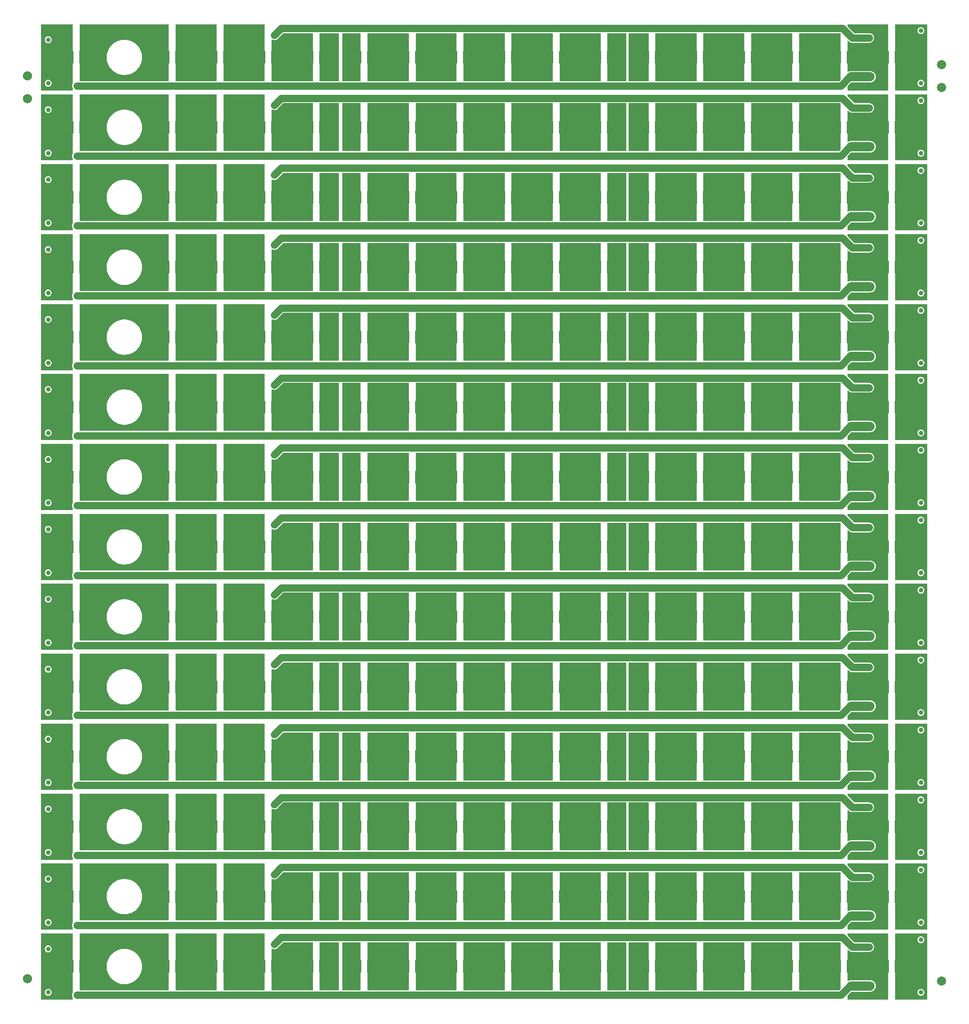
<source format=gbl>
G04 Layer_Physical_Order=2*
G04 Layer_Color=16711680*
%FSLAX44Y44*%
%MOMM*%
G71*
G01*
G75*
%ADD10C,2.0000*%
%ADD20C,1.0000*%
%ADD23C,1.6000*%
%ADD25R,2.0000X2.8000*%
%ADD26C,2.0000*%
G36*
X649250Y2013671D02*
X559250D01*
Y2103599D01*
X560520Y2104448D01*
X562248Y2103732D01*
X565000Y2103369D01*
X567752Y2103732D01*
X570316Y2104794D01*
X572517Y2106483D01*
X584654Y2118619D01*
X649250D01*
X649250Y2013671D01*
D02*
G37*
G36*
X1908750Y1993120D02*
X1819250D01*
Y2002216D01*
X1827386Y2010352D01*
X1869000D01*
X1872274Y2010783D01*
X1875324Y2012047D01*
X1877944Y2014057D01*
X1879954Y2016676D01*
X1881217Y2019727D01*
X1881648Y2023000D01*
X1881217Y2026274D01*
X1879954Y2029324D01*
X1877944Y2031944D01*
X1875324Y2033954D01*
X1872274Y2035218D01*
X1869000Y2035649D01*
X1827000D01*
X1823726Y2035218D01*
X1820676Y2033954D01*
X1820389Y2033734D01*
X1819250Y2034296D01*
Y2102057D01*
X1820423Y2102543D01*
X1822483Y2100483D01*
X1824685Y2098794D01*
X1827249Y2097732D01*
X1830000Y2097369D01*
X1867000D01*
X1869751Y2097732D01*
X1872316Y2098794D01*
X1874517Y2100483D01*
X1876207Y2102685D01*
X1877269Y2105249D01*
X1877631Y2108000D01*
X1877269Y2110752D01*
X1876207Y2113316D01*
X1874517Y2115518D01*
X1872316Y2117207D01*
X1869751Y2118269D01*
X1867000Y2118631D01*
X1834404D01*
X1819250Y2133785D01*
Y2137881D01*
X1908750D01*
X1908750Y1993120D01*
D02*
G37*
G36*
X1804000Y2017035D02*
X1800637Y2013671D01*
X1713750D01*
Y2118619D01*
X1804000D01*
X1804000Y2017035D01*
D02*
G37*
G36*
X1698750Y2013671D02*
X1608750D01*
Y2118619D01*
X1698750D01*
X1698750Y2013671D01*
D02*
G37*
G36*
X1593750D02*
X1504000D01*
Y2118619D01*
X1593750D01*
X1593750Y2013671D01*
D02*
G37*
G36*
X1489000D02*
X1398750D01*
Y2118619D01*
X1489000D01*
X1489000Y2013671D01*
D02*
G37*
G36*
X1384000D02*
X1340750D01*
Y2118619D01*
X1384000D01*
Y2013671D01*
D02*
G37*
G36*
X1335000D02*
X1294000D01*
Y2118619D01*
X1335000D01*
Y2013671D01*
D02*
G37*
G36*
X1279000D02*
X1189250D01*
Y2118619D01*
X1279000D01*
Y2013671D01*
D02*
G37*
G36*
X1174000D02*
X1084000D01*
Y2118619D01*
X1174000D01*
X1174000Y2013671D01*
D02*
G37*
G36*
X1069000D02*
X979000D01*
Y2118619D01*
X1069000D01*
Y2013671D01*
D02*
G37*
G36*
X963750D02*
X874250D01*
Y2118619D01*
X963750D01*
Y2013671D01*
D02*
G37*
G36*
X859000D02*
X769000D01*
Y2118619D01*
X859000D01*
Y2013671D01*
D02*
G37*
G36*
X754000D02*
X714000D01*
Y2118619D01*
X754000D01*
Y2013671D01*
D02*
G37*
G36*
X706000D02*
X664250D01*
Y2118619D01*
X706000D01*
Y2013671D01*
D02*
G37*
G36*
X543750D02*
X454000D01*
Y2137881D01*
X543750D01*
X543750Y2013671D01*
D02*
G37*
G36*
X438750D02*
X349000D01*
Y2137881D01*
X438750D01*
Y2013671D01*
D02*
G37*
G36*
X333750D02*
X139250D01*
Y2137881D01*
X333750D01*
Y2013671D01*
D02*
G37*
G36*
X1993881Y1993120D02*
X1923750D01*
Y2137881D01*
X1993881D01*
Y1993120D01*
D02*
G37*
G36*
X124000Y2008625D02*
X123793Y2008356D01*
X122731Y2005792D01*
X122369Y2003040D01*
X122731Y2000289D01*
X123793Y1997725D01*
X124000Y1997456D01*
Y1993120D01*
X54119D01*
Y2137881D01*
X124000D01*
Y2008625D01*
D02*
G37*
G36*
X649250Y1860671D02*
X559250D01*
Y1950599D01*
X560520Y1951448D01*
X562248Y1950732D01*
X565000Y1950369D01*
X567752Y1950732D01*
X570316Y1951794D01*
X572517Y1953483D01*
X584654Y1965619D01*
X649250D01*
X649250Y1860671D01*
D02*
G37*
G36*
X1908750Y1840119D02*
X1819250D01*
Y1849216D01*
X1827386Y1857352D01*
X1869000D01*
X1872274Y1857783D01*
X1875324Y1859047D01*
X1877944Y1861057D01*
X1879954Y1863676D01*
X1881217Y1866727D01*
X1881648Y1870000D01*
X1881217Y1873274D01*
X1879954Y1876324D01*
X1877944Y1878944D01*
X1875324Y1880954D01*
X1872274Y1882218D01*
X1869000Y1882648D01*
X1827000D01*
X1823726Y1882218D01*
X1820676Y1880954D01*
X1820389Y1880734D01*
X1819250Y1881296D01*
Y1949057D01*
X1820423Y1949543D01*
X1822483Y1947483D01*
X1824685Y1945794D01*
X1827249Y1944732D01*
X1830000Y1944369D01*
X1867000D01*
X1869751Y1944732D01*
X1872316Y1945794D01*
X1874517Y1947483D01*
X1876207Y1949685D01*
X1877269Y1952249D01*
X1877631Y1955000D01*
X1877269Y1957752D01*
X1876207Y1960316D01*
X1874517Y1962518D01*
X1872316Y1964207D01*
X1869751Y1965269D01*
X1867000Y1965631D01*
X1834404D01*
X1819250Y1980785D01*
Y1984881D01*
X1908750D01*
X1908750Y1840119D01*
D02*
G37*
G36*
X1804000Y1864035D02*
X1800637Y1860671D01*
X1713750D01*
Y1965619D01*
X1804000D01*
X1804000Y1864035D01*
D02*
G37*
G36*
X1698750Y1860671D02*
X1608750D01*
Y1965619D01*
X1698750D01*
X1698750Y1860671D01*
D02*
G37*
G36*
X1593750D02*
X1504000D01*
Y1965619D01*
X1593750D01*
X1593750Y1860671D01*
D02*
G37*
G36*
X1489000D02*
X1398750D01*
Y1965619D01*
X1489000D01*
X1489000Y1860671D01*
D02*
G37*
G36*
X1384000D02*
X1340750D01*
Y1965619D01*
X1384000D01*
Y1860671D01*
D02*
G37*
G36*
X1335000D02*
X1294000D01*
Y1965619D01*
X1335000D01*
Y1860671D01*
D02*
G37*
G36*
X1279000D02*
X1189250D01*
Y1965619D01*
X1279000D01*
Y1860671D01*
D02*
G37*
G36*
X1174000D02*
X1084000D01*
Y1965619D01*
X1174000D01*
X1174000Y1860671D01*
D02*
G37*
G36*
X1069000D02*
X979000D01*
Y1965619D01*
X1069000D01*
Y1860671D01*
D02*
G37*
G36*
X963750D02*
X874250D01*
Y1965619D01*
X963750D01*
Y1860671D01*
D02*
G37*
G36*
X859000D02*
X769000D01*
Y1965619D01*
X859000D01*
Y1860671D01*
D02*
G37*
G36*
X754000D02*
X714000D01*
Y1965619D01*
X754000D01*
Y1860671D01*
D02*
G37*
G36*
X706000D02*
X664250D01*
Y1965619D01*
X706000D01*
Y1860671D01*
D02*
G37*
G36*
X543750D02*
X454000D01*
Y1984881D01*
X543750D01*
X543750Y1860671D01*
D02*
G37*
G36*
X438750D02*
X349000D01*
Y1984881D01*
X438750D01*
Y1860671D01*
D02*
G37*
G36*
X333750D02*
X139250D01*
Y1984881D01*
X333750D01*
Y1860671D01*
D02*
G37*
G36*
X1993881Y1840119D02*
X1923750D01*
Y1984881D01*
X1993881D01*
Y1840119D01*
D02*
G37*
G36*
X124000Y1855625D02*
X123793Y1855356D01*
X122731Y1852792D01*
X122369Y1850040D01*
X122731Y1847289D01*
X123793Y1844725D01*
X124000Y1844456D01*
Y1840119D01*
X54119D01*
Y1984881D01*
X124000D01*
Y1855625D01*
D02*
G37*
G36*
X649250Y1707671D02*
X559250D01*
Y1797599D01*
X560520Y1798448D01*
X562248Y1797732D01*
X565000Y1797369D01*
X567752Y1797732D01*
X570316Y1798794D01*
X572517Y1800483D01*
X584654Y1812619D01*
X649250D01*
X649250Y1707671D01*
D02*
G37*
G36*
X1908750Y1687119D02*
X1819250D01*
Y1696216D01*
X1827386Y1704352D01*
X1869000D01*
X1872274Y1704783D01*
X1875324Y1706047D01*
X1877944Y1708057D01*
X1879954Y1710676D01*
X1881217Y1713727D01*
X1881648Y1717000D01*
X1881217Y1720274D01*
X1879954Y1723324D01*
X1877944Y1725944D01*
X1875324Y1727954D01*
X1872274Y1729218D01*
X1869000Y1729648D01*
X1827000D01*
X1823726Y1729218D01*
X1820676Y1727954D01*
X1820389Y1727734D01*
X1819250Y1728296D01*
Y1796057D01*
X1820423Y1796543D01*
X1822483Y1794483D01*
X1824685Y1792794D01*
X1827249Y1791732D01*
X1830000Y1791369D01*
X1867000D01*
X1869751Y1791732D01*
X1872316Y1792794D01*
X1874517Y1794483D01*
X1876207Y1796685D01*
X1877269Y1799249D01*
X1877631Y1802000D01*
X1877269Y1804752D01*
X1876207Y1807316D01*
X1874517Y1809518D01*
X1872316Y1811207D01*
X1869751Y1812269D01*
X1867000Y1812631D01*
X1834404D01*
X1819250Y1827785D01*
Y1831881D01*
X1908750D01*
X1908750Y1687119D01*
D02*
G37*
G36*
X1804000Y1711035D02*
X1800637Y1707671D01*
X1713750D01*
Y1812619D01*
X1804000D01*
X1804000Y1711035D01*
D02*
G37*
G36*
X1698750Y1707671D02*
X1608750D01*
Y1812619D01*
X1698750D01*
X1698750Y1707671D01*
D02*
G37*
G36*
X1593750D02*
X1504000D01*
Y1812619D01*
X1593750D01*
X1593750Y1707671D01*
D02*
G37*
G36*
X1489000D02*
X1398750D01*
Y1812619D01*
X1489000D01*
X1489000Y1707671D01*
D02*
G37*
G36*
X1384000D02*
X1340750D01*
Y1812619D01*
X1384000D01*
Y1707671D01*
D02*
G37*
G36*
X1335000D02*
X1294000D01*
Y1812619D01*
X1335000D01*
Y1707671D01*
D02*
G37*
G36*
X1279000D02*
X1189250D01*
Y1812619D01*
X1279000D01*
Y1707671D01*
D02*
G37*
G36*
X1174000D02*
X1084000D01*
Y1812619D01*
X1174000D01*
X1174000Y1707671D01*
D02*
G37*
G36*
X1069000D02*
X979000D01*
Y1812619D01*
X1069000D01*
Y1707671D01*
D02*
G37*
G36*
X963750D02*
X874250D01*
Y1812619D01*
X963750D01*
Y1707671D01*
D02*
G37*
G36*
X859000D02*
X769000D01*
Y1812619D01*
X859000D01*
Y1707671D01*
D02*
G37*
G36*
X754000D02*
X714000D01*
Y1812619D01*
X754000D01*
Y1707671D01*
D02*
G37*
G36*
X706000D02*
X664250D01*
Y1812619D01*
X706000D01*
Y1707671D01*
D02*
G37*
G36*
X543750D02*
X454000D01*
Y1831881D01*
X543750D01*
X543750Y1707671D01*
D02*
G37*
G36*
X438750D02*
X349000D01*
Y1831881D01*
X438750D01*
Y1707671D01*
D02*
G37*
G36*
X333750D02*
X139250D01*
Y1831881D01*
X333750D01*
Y1707671D01*
D02*
G37*
G36*
X1993881Y1687119D02*
X1923750D01*
Y1831881D01*
X1993881D01*
Y1687119D01*
D02*
G37*
G36*
X124000Y1702625D02*
X123793Y1702356D01*
X122731Y1699792D01*
X122369Y1697040D01*
X122731Y1694289D01*
X123793Y1691725D01*
X124000Y1691456D01*
Y1687119D01*
X54119D01*
Y1831881D01*
X124000D01*
Y1702625D01*
D02*
G37*
G36*
X649250Y1554671D02*
X559250D01*
Y1644599D01*
X560520Y1645448D01*
X562248Y1644732D01*
X565000Y1644369D01*
X567752Y1644732D01*
X570316Y1645794D01*
X572517Y1647483D01*
X584654Y1659619D01*
X649250D01*
X649250Y1554671D01*
D02*
G37*
G36*
X1908750Y1534119D02*
X1819250D01*
Y1543216D01*
X1827386Y1551352D01*
X1869000D01*
X1872274Y1551783D01*
X1875324Y1553047D01*
X1877944Y1555057D01*
X1879954Y1557676D01*
X1881217Y1560727D01*
X1881648Y1564000D01*
X1881217Y1567274D01*
X1879954Y1570324D01*
X1877944Y1572944D01*
X1875324Y1574954D01*
X1872274Y1576217D01*
X1869000Y1576649D01*
X1827000D01*
X1823726Y1576217D01*
X1820676Y1574954D01*
X1820389Y1574734D01*
X1819250Y1575296D01*
Y1643056D01*
X1820423Y1643543D01*
X1822483Y1641483D01*
X1824685Y1639794D01*
X1827249Y1638732D01*
X1830000Y1638369D01*
X1867000D01*
X1869751Y1638732D01*
X1872316Y1639794D01*
X1874517Y1641483D01*
X1876207Y1643685D01*
X1877269Y1646249D01*
X1877631Y1649000D01*
X1877269Y1651752D01*
X1876207Y1654316D01*
X1874517Y1656517D01*
X1872316Y1658207D01*
X1869751Y1659269D01*
X1867000Y1659631D01*
X1834404D01*
X1819250Y1674785D01*
Y1678881D01*
X1908750D01*
X1908750Y1534119D01*
D02*
G37*
G36*
X1804000Y1558035D02*
X1800637Y1554671D01*
X1713750D01*
Y1659619D01*
X1804000D01*
X1804000Y1558035D01*
D02*
G37*
G36*
X1698750Y1554671D02*
X1608750D01*
Y1659619D01*
X1698750D01*
X1698750Y1554671D01*
D02*
G37*
G36*
X1593750D02*
X1504000D01*
Y1659619D01*
X1593750D01*
X1593750Y1554671D01*
D02*
G37*
G36*
X1489000D02*
X1398750D01*
Y1659619D01*
X1489000D01*
X1489000Y1554671D01*
D02*
G37*
G36*
X1384000D02*
X1340750D01*
Y1659619D01*
X1384000D01*
Y1554671D01*
D02*
G37*
G36*
X1335000D02*
X1294000D01*
Y1659619D01*
X1335000D01*
Y1554671D01*
D02*
G37*
G36*
X1279000D02*
X1189250D01*
Y1659619D01*
X1279000D01*
Y1554671D01*
D02*
G37*
G36*
X1174000D02*
X1084000D01*
Y1659619D01*
X1174000D01*
X1174000Y1554671D01*
D02*
G37*
G36*
X1069000D02*
X979000D01*
Y1659619D01*
X1069000D01*
Y1554671D01*
D02*
G37*
G36*
X963750D02*
X874250D01*
Y1659619D01*
X963750D01*
Y1554671D01*
D02*
G37*
G36*
X859000D02*
X769000D01*
Y1659619D01*
X859000D01*
Y1554671D01*
D02*
G37*
G36*
X754000D02*
X714000D01*
Y1659619D01*
X754000D01*
Y1554671D01*
D02*
G37*
G36*
X706000D02*
X664250D01*
Y1659619D01*
X706000D01*
Y1554671D01*
D02*
G37*
G36*
X543750D02*
X454000D01*
Y1678881D01*
X543750D01*
X543750Y1554671D01*
D02*
G37*
G36*
X438750D02*
X349000D01*
Y1678881D01*
X438750D01*
Y1554671D01*
D02*
G37*
G36*
X333750D02*
X139250D01*
Y1678881D01*
X333750D01*
Y1554671D01*
D02*
G37*
G36*
X1993881Y1534119D02*
X1923750D01*
Y1678881D01*
X1993881D01*
Y1534119D01*
D02*
G37*
G36*
X124000Y1549625D02*
X123793Y1549356D01*
X122731Y1546792D01*
X122369Y1544040D01*
X122731Y1541289D01*
X123793Y1538725D01*
X124000Y1538456D01*
Y1534119D01*
X54119D01*
Y1678881D01*
X124000D01*
Y1549625D01*
D02*
G37*
G36*
X649250Y1401671D02*
X559250D01*
Y1491599D01*
X560520Y1492448D01*
X562248Y1491732D01*
X565000Y1491369D01*
X567752Y1491732D01*
X570316Y1492794D01*
X572517Y1494483D01*
X584654Y1506619D01*
X649250D01*
X649250Y1401671D01*
D02*
G37*
G36*
X1908750Y1381119D02*
X1819250D01*
Y1390216D01*
X1827386Y1398352D01*
X1869000D01*
X1872274Y1398783D01*
X1875324Y1400047D01*
X1877944Y1402057D01*
X1879954Y1404676D01*
X1881217Y1407727D01*
X1881648Y1411000D01*
X1881217Y1414274D01*
X1879954Y1417324D01*
X1877944Y1419944D01*
X1875324Y1421954D01*
X1872274Y1423217D01*
X1869000Y1423649D01*
X1827000D01*
X1823726Y1423217D01*
X1820676Y1421954D01*
X1820389Y1421734D01*
X1819250Y1422296D01*
Y1490056D01*
X1820423Y1490542D01*
X1822483Y1488483D01*
X1824685Y1486794D01*
X1827249Y1485732D01*
X1830000Y1485369D01*
X1867000D01*
X1869751Y1485732D01*
X1872316Y1486794D01*
X1874517Y1488483D01*
X1876207Y1490685D01*
X1877269Y1493249D01*
X1877631Y1496000D01*
X1877269Y1498752D01*
X1876207Y1501316D01*
X1874517Y1503517D01*
X1872316Y1505207D01*
X1869751Y1506269D01*
X1867000Y1506631D01*
X1834404D01*
X1819250Y1521785D01*
Y1525881D01*
X1908750D01*
X1908750Y1381119D01*
D02*
G37*
G36*
X1804000Y1405035D02*
X1800637Y1401671D01*
X1713750D01*
Y1506619D01*
X1804000D01*
X1804000Y1405035D01*
D02*
G37*
G36*
X1698750Y1401671D02*
X1608750D01*
Y1506619D01*
X1698750D01*
X1698750Y1401671D01*
D02*
G37*
G36*
X1593750D02*
X1504000D01*
Y1506619D01*
X1593750D01*
X1593750Y1401671D01*
D02*
G37*
G36*
X1489000D02*
X1398750D01*
Y1506619D01*
X1489000D01*
X1489000Y1401671D01*
D02*
G37*
G36*
X1384000D02*
X1340750D01*
Y1506619D01*
X1384000D01*
Y1401671D01*
D02*
G37*
G36*
X1335000D02*
X1294000D01*
Y1506619D01*
X1335000D01*
Y1401671D01*
D02*
G37*
G36*
X1279000D02*
X1189250D01*
Y1506619D01*
X1279000D01*
Y1401671D01*
D02*
G37*
G36*
X1174000D02*
X1084000D01*
Y1506619D01*
X1174000D01*
X1174000Y1401671D01*
D02*
G37*
G36*
X1069000D02*
X979000D01*
Y1506619D01*
X1069000D01*
Y1401671D01*
D02*
G37*
G36*
X963750D02*
X874250D01*
Y1506619D01*
X963750D01*
Y1401671D01*
D02*
G37*
G36*
X859000D02*
X769000D01*
Y1506619D01*
X859000D01*
Y1401671D01*
D02*
G37*
G36*
X754000D02*
X714000D01*
Y1506619D01*
X754000D01*
Y1401671D01*
D02*
G37*
G36*
X706000D02*
X664250D01*
Y1506619D01*
X706000D01*
Y1401671D01*
D02*
G37*
G36*
X543750D02*
X454000D01*
Y1525881D01*
X543750D01*
X543750Y1401671D01*
D02*
G37*
G36*
X438750D02*
X349000D01*
Y1525881D01*
X438750D01*
Y1401671D01*
D02*
G37*
G36*
X333750D02*
X139250D01*
Y1525881D01*
X333750D01*
Y1401671D01*
D02*
G37*
G36*
X1993881Y1381119D02*
X1923750D01*
Y1525881D01*
X1993881D01*
Y1381119D01*
D02*
G37*
G36*
X124000Y1396625D02*
X123793Y1396356D01*
X122731Y1393792D01*
X122369Y1391040D01*
X122731Y1388289D01*
X123793Y1385725D01*
X124000Y1385455D01*
Y1381119D01*
X54119D01*
Y1525881D01*
X124000D01*
Y1396625D01*
D02*
G37*
G36*
X649250Y1248671D02*
X559250D01*
Y1338599D01*
X560520Y1339447D01*
X562248Y1338732D01*
X565000Y1338369D01*
X567752Y1338732D01*
X570316Y1339794D01*
X572517Y1341483D01*
X584654Y1353619D01*
X649250D01*
X649250Y1248671D01*
D02*
G37*
G36*
X1908750Y1228119D02*
X1819250D01*
Y1237216D01*
X1827386Y1245352D01*
X1869000D01*
X1872274Y1245783D01*
X1875324Y1247047D01*
X1877944Y1249057D01*
X1879954Y1251676D01*
X1881217Y1254727D01*
X1881648Y1258000D01*
X1881217Y1261274D01*
X1879954Y1264324D01*
X1877944Y1266944D01*
X1875324Y1268954D01*
X1872274Y1270217D01*
X1869000Y1270648D01*
X1827000D01*
X1823726Y1270217D01*
X1820676Y1268954D01*
X1820389Y1268734D01*
X1819250Y1269296D01*
Y1337056D01*
X1820423Y1337543D01*
X1822483Y1335483D01*
X1824685Y1333794D01*
X1827249Y1332731D01*
X1830000Y1332369D01*
X1867000D01*
X1869751Y1332731D01*
X1872316Y1333794D01*
X1874517Y1335483D01*
X1876207Y1337685D01*
X1877269Y1340249D01*
X1877631Y1343000D01*
X1877269Y1345752D01*
X1876207Y1348316D01*
X1874517Y1350517D01*
X1872316Y1352207D01*
X1869751Y1353269D01*
X1867000Y1353631D01*
X1834404D01*
X1819250Y1368785D01*
Y1372881D01*
X1908750D01*
X1908750Y1228119D01*
D02*
G37*
G36*
X1804000Y1252035D02*
X1800637Y1248671D01*
X1713750D01*
Y1353619D01*
X1804000D01*
X1804000Y1252035D01*
D02*
G37*
G36*
X1698750Y1248671D02*
X1608750D01*
Y1353619D01*
X1698750D01*
X1698750Y1248671D01*
D02*
G37*
G36*
X1593750D02*
X1504000D01*
Y1353619D01*
X1593750D01*
X1593750Y1248671D01*
D02*
G37*
G36*
X1489000D02*
X1398750D01*
Y1353619D01*
X1489000D01*
X1489000Y1248671D01*
D02*
G37*
G36*
X1384000D02*
X1340750D01*
Y1353619D01*
X1384000D01*
Y1248671D01*
D02*
G37*
G36*
X1335000D02*
X1294000D01*
Y1353619D01*
X1335000D01*
Y1248671D01*
D02*
G37*
G36*
X1279000D02*
X1189250D01*
Y1353619D01*
X1279000D01*
Y1248671D01*
D02*
G37*
G36*
X1174000D02*
X1084000D01*
Y1353619D01*
X1174000D01*
X1174000Y1248671D01*
D02*
G37*
G36*
X1069000D02*
X979000D01*
Y1353619D01*
X1069000D01*
Y1248671D01*
D02*
G37*
G36*
X963750D02*
X874250D01*
Y1353619D01*
X963750D01*
Y1248671D01*
D02*
G37*
G36*
X859000D02*
X769000D01*
Y1353619D01*
X859000D01*
Y1248671D01*
D02*
G37*
G36*
X754000D02*
X714000D01*
Y1353619D01*
X754000D01*
Y1248671D01*
D02*
G37*
G36*
X706000D02*
X664250D01*
Y1353619D01*
X706000D01*
Y1248671D01*
D02*
G37*
G36*
X543750D02*
X454000D01*
Y1372881D01*
X543750D01*
X543750Y1248671D01*
D02*
G37*
G36*
X438750D02*
X349000D01*
Y1372881D01*
X438750D01*
Y1248671D01*
D02*
G37*
G36*
X333750D02*
X139250D01*
Y1372881D01*
X333750D01*
Y1248671D01*
D02*
G37*
G36*
X1993881Y1228119D02*
X1923750D01*
Y1372881D01*
X1993881D01*
Y1228119D01*
D02*
G37*
G36*
X124000Y1243625D02*
X123793Y1243356D01*
X122731Y1240792D01*
X122369Y1238040D01*
X122731Y1235289D01*
X123793Y1232725D01*
X124000Y1232455D01*
Y1228119D01*
X54119D01*
Y1372881D01*
X124000D01*
Y1243625D01*
D02*
G37*
G36*
X649250Y1095671D02*
X559250D01*
Y1185599D01*
X560520Y1186448D01*
X562248Y1185732D01*
X565000Y1185369D01*
X567752Y1185732D01*
X570316Y1186794D01*
X572517Y1188483D01*
X584654Y1200619D01*
X649250D01*
X649250Y1095671D01*
D02*
G37*
G36*
X1908750Y1075119D02*
X1819250D01*
Y1084216D01*
X1827386Y1092352D01*
X1869000D01*
X1872274Y1092783D01*
X1875324Y1094046D01*
X1877944Y1096057D01*
X1879954Y1098676D01*
X1881217Y1101727D01*
X1881648Y1105000D01*
X1881217Y1108274D01*
X1879954Y1111324D01*
X1877944Y1113944D01*
X1875324Y1115954D01*
X1872274Y1117217D01*
X1869000Y1117648D01*
X1827000D01*
X1823726Y1117217D01*
X1820676Y1115954D01*
X1820389Y1115734D01*
X1819250Y1116295D01*
Y1184056D01*
X1820423Y1184542D01*
X1822483Y1182483D01*
X1824685Y1180794D01*
X1827249Y1179732D01*
X1830000Y1179369D01*
X1867000D01*
X1869751Y1179732D01*
X1872316Y1180794D01*
X1874517Y1182483D01*
X1876207Y1184685D01*
X1877269Y1187249D01*
X1877631Y1190000D01*
X1877269Y1192752D01*
X1876207Y1195316D01*
X1874517Y1197517D01*
X1872316Y1199207D01*
X1869751Y1200269D01*
X1867000Y1200631D01*
X1834404D01*
X1819250Y1215785D01*
Y1219881D01*
X1908750D01*
X1908750Y1075119D01*
D02*
G37*
G36*
X1804000Y1099035D02*
X1800637Y1095671D01*
X1713750D01*
Y1200619D01*
X1804000D01*
X1804000Y1099035D01*
D02*
G37*
G36*
X1698750Y1095671D02*
X1608750D01*
Y1200619D01*
X1698750D01*
X1698750Y1095671D01*
D02*
G37*
G36*
X1593750D02*
X1504000D01*
Y1200619D01*
X1593750D01*
X1593750Y1095671D01*
D02*
G37*
G36*
X1489000D02*
X1398750D01*
Y1200619D01*
X1489000D01*
X1489000Y1095671D01*
D02*
G37*
G36*
X1384000D02*
X1340750D01*
Y1200619D01*
X1384000D01*
Y1095671D01*
D02*
G37*
G36*
X1335000D02*
X1294000D01*
Y1200619D01*
X1335000D01*
Y1095671D01*
D02*
G37*
G36*
X1279000D02*
X1189250D01*
Y1200619D01*
X1279000D01*
Y1095671D01*
D02*
G37*
G36*
X1174000D02*
X1084000D01*
Y1200619D01*
X1174000D01*
X1174000Y1095671D01*
D02*
G37*
G36*
X1069000D02*
X979000D01*
Y1200619D01*
X1069000D01*
Y1095671D01*
D02*
G37*
G36*
X963750D02*
X874250D01*
Y1200619D01*
X963750D01*
Y1095671D01*
D02*
G37*
G36*
X859000D02*
X769000D01*
Y1200619D01*
X859000D01*
Y1095671D01*
D02*
G37*
G36*
X754000D02*
X714000D01*
Y1200619D01*
X754000D01*
Y1095671D01*
D02*
G37*
G36*
X706000D02*
X664250D01*
Y1200619D01*
X706000D01*
Y1095671D01*
D02*
G37*
G36*
X543750D02*
X454000D01*
Y1219881D01*
X543750D01*
X543750Y1095671D01*
D02*
G37*
G36*
X438750D02*
X349000D01*
Y1219881D01*
X438750D01*
Y1095671D01*
D02*
G37*
G36*
X333750D02*
X139250D01*
Y1219881D01*
X333750D01*
Y1095671D01*
D02*
G37*
G36*
X1993881Y1075119D02*
X1923750D01*
Y1219881D01*
X1993881D01*
Y1075119D01*
D02*
G37*
G36*
X124000Y1090625D02*
X123793Y1090356D01*
X122731Y1087792D01*
X122369Y1085040D01*
X122731Y1082289D01*
X123793Y1079725D01*
X124000Y1079455D01*
Y1075119D01*
X54119D01*
Y1219881D01*
X124000D01*
Y1090625D01*
D02*
G37*
G36*
X649250Y942671D02*
X559250D01*
Y1032599D01*
X560520Y1033447D01*
X562248Y1032731D01*
X565000Y1032369D01*
X567752Y1032731D01*
X570316Y1033793D01*
X572517Y1035483D01*
X584654Y1047619D01*
X649250D01*
X649250Y942671D01*
D02*
G37*
G36*
X1908750Y922119D02*
X1819250D01*
Y931216D01*
X1827386Y939352D01*
X1869000D01*
X1872274Y939783D01*
X1875324Y941047D01*
X1877944Y943056D01*
X1879954Y945676D01*
X1881217Y948727D01*
X1881648Y952000D01*
X1881217Y955274D01*
X1879954Y958324D01*
X1877944Y960944D01*
X1875324Y962954D01*
X1872274Y964217D01*
X1869000Y964648D01*
X1827000D01*
X1823726Y964217D01*
X1820676Y962954D01*
X1820389Y962734D01*
X1819250Y963296D01*
Y1031056D01*
X1820423Y1031543D01*
X1822483Y1029483D01*
X1824685Y1027794D01*
X1827249Y1026731D01*
X1830000Y1026369D01*
X1867000D01*
X1869751Y1026731D01*
X1872316Y1027794D01*
X1874517Y1029483D01*
X1876207Y1031685D01*
X1877269Y1034249D01*
X1877631Y1037000D01*
X1877269Y1039752D01*
X1876207Y1042316D01*
X1874517Y1044517D01*
X1872316Y1046207D01*
X1869751Y1047269D01*
X1867000Y1047631D01*
X1834404D01*
X1819250Y1062785D01*
Y1066881D01*
X1908750D01*
X1908750Y922119D01*
D02*
G37*
G36*
X1804000Y946035D02*
X1800637Y942671D01*
X1713750D01*
Y1047619D01*
X1804000D01*
X1804000Y946035D01*
D02*
G37*
G36*
X1698750Y942671D02*
X1608750D01*
Y1047619D01*
X1698750D01*
X1698750Y942671D01*
D02*
G37*
G36*
X1593750D02*
X1504000D01*
Y1047619D01*
X1593750D01*
X1593750Y942671D01*
D02*
G37*
G36*
X1489000D02*
X1398750D01*
Y1047619D01*
X1489000D01*
X1489000Y942671D01*
D02*
G37*
G36*
X1384000D02*
X1340750D01*
Y1047619D01*
X1384000D01*
Y942671D01*
D02*
G37*
G36*
X1335000D02*
X1294000D01*
Y1047619D01*
X1335000D01*
Y942671D01*
D02*
G37*
G36*
X1279000D02*
X1189250D01*
Y1047619D01*
X1279000D01*
Y942671D01*
D02*
G37*
G36*
X1174000D02*
X1084000D01*
Y1047619D01*
X1174000D01*
X1174000Y942671D01*
D02*
G37*
G36*
X1069000D02*
X979000D01*
Y1047619D01*
X1069000D01*
Y942671D01*
D02*
G37*
G36*
X963750D02*
X874250D01*
Y1047619D01*
X963750D01*
Y942671D01*
D02*
G37*
G36*
X859000D02*
X769000D01*
Y1047619D01*
X859000D01*
Y942671D01*
D02*
G37*
G36*
X754000D02*
X714000D01*
Y1047619D01*
X754000D01*
Y942671D01*
D02*
G37*
G36*
X706000D02*
X664250D01*
Y1047619D01*
X706000D01*
Y942671D01*
D02*
G37*
G36*
X543750D02*
X454000D01*
Y1066881D01*
X543750D01*
X543750Y942671D01*
D02*
G37*
G36*
X438750D02*
X349000D01*
Y1066881D01*
X438750D01*
Y942671D01*
D02*
G37*
G36*
X333750D02*
X139250D01*
Y1066881D01*
X333750D01*
Y942671D01*
D02*
G37*
G36*
X1993881Y922119D02*
X1923750D01*
Y1066881D01*
X1993881D01*
Y922119D01*
D02*
G37*
G36*
X124000Y937625D02*
X123793Y937356D01*
X122731Y934792D01*
X122369Y932040D01*
X122731Y929289D01*
X123793Y926725D01*
X124000Y926455D01*
Y922119D01*
X54119D01*
Y1066881D01*
X124000D01*
Y937625D01*
D02*
G37*
G36*
X649250Y789671D02*
X559250D01*
Y879599D01*
X560520Y880447D01*
X562248Y879732D01*
X565000Y879369D01*
X567752Y879731D01*
X570316Y880794D01*
X572517Y882483D01*
X584654Y894619D01*
X649250D01*
X649250Y789671D01*
D02*
G37*
G36*
X1908750Y769119D02*
X1819250D01*
Y778216D01*
X1827386Y786352D01*
X1869000D01*
X1872274Y786783D01*
X1875324Y788046D01*
X1877944Y790057D01*
X1879954Y792676D01*
X1881217Y795727D01*
X1881648Y799000D01*
X1881217Y802274D01*
X1879954Y805324D01*
X1877944Y807944D01*
X1875324Y809954D01*
X1872274Y811217D01*
X1869000Y811648D01*
X1827000D01*
X1823726Y811217D01*
X1820676Y809954D01*
X1820389Y809734D01*
X1819250Y810295D01*
Y878056D01*
X1820423Y878542D01*
X1822483Y876483D01*
X1824685Y874793D01*
X1827249Y873732D01*
X1830000Y873369D01*
X1867000D01*
X1869751Y873732D01*
X1872316Y874793D01*
X1874517Y876483D01*
X1876207Y878685D01*
X1877269Y881249D01*
X1877631Y884000D01*
X1877269Y886752D01*
X1876207Y889316D01*
X1874517Y891517D01*
X1872316Y893207D01*
X1869751Y894269D01*
X1867000Y894631D01*
X1834404D01*
X1819250Y909785D01*
Y913881D01*
X1908750D01*
X1908750Y769119D01*
D02*
G37*
G36*
X1804000Y793035D02*
X1800637Y789671D01*
X1713750D01*
Y894619D01*
X1804000D01*
X1804000Y793035D01*
D02*
G37*
G36*
X1698750Y789671D02*
X1608750D01*
Y894619D01*
X1698750D01*
X1698750Y789671D01*
D02*
G37*
G36*
X1593750D02*
X1504000D01*
Y894619D01*
X1593750D01*
X1593750Y789671D01*
D02*
G37*
G36*
X1489000D02*
X1398750D01*
Y894619D01*
X1489000D01*
X1489000Y789671D01*
D02*
G37*
G36*
X1384000D02*
X1340750D01*
Y894619D01*
X1384000D01*
Y789671D01*
D02*
G37*
G36*
X1335000D02*
X1294000D01*
Y894619D01*
X1335000D01*
Y789671D01*
D02*
G37*
G36*
X1279000D02*
X1189250D01*
Y894619D01*
X1279000D01*
Y789671D01*
D02*
G37*
G36*
X1174000D02*
X1084000D01*
Y894619D01*
X1174000D01*
X1174000Y789671D01*
D02*
G37*
G36*
X1069000D02*
X979000D01*
Y894619D01*
X1069000D01*
Y789671D01*
D02*
G37*
G36*
X963750D02*
X874250D01*
Y894619D01*
X963750D01*
Y789671D01*
D02*
G37*
G36*
X859000D02*
X769000D01*
Y894619D01*
X859000D01*
Y789671D01*
D02*
G37*
G36*
X754000D02*
X714000D01*
Y894619D01*
X754000D01*
Y789671D01*
D02*
G37*
G36*
X706000D02*
X664250D01*
Y894619D01*
X706000D01*
Y789671D01*
D02*
G37*
G36*
X543750D02*
X454000D01*
Y913881D01*
X543750D01*
X543750Y789671D01*
D02*
G37*
G36*
X438750D02*
X349000D01*
Y913881D01*
X438750D01*
Y789671D01*
D02*
G37*
G36*
X333750D02*
X139250D01*
Y913881D01*
X333750D01*
Y789671D01*
D02*
G37*
G36*
X1993881Y769119D02*
X1923750D01*
Y913881D01*
X1993881D01*
Y769119D01*
D02*
G37*
G36*
X124000Y784625D02*
X123793Y784356D01*
X122731Y781792D01*
X122369Y779040D01*
X122731Y776289D01*
X123793Y773725D01*
X124000Y773455D01*
Y769119D01*
X54119D01*
Y913881D01*
X124000D01*
Y784625D01*
D02*
G37*
G36*
X649250Y636671D02*
X559250D01*
Y726599D01*
X560520Y727447D01*
X562248Y726731D01*
X565000Y726369D01*
X567752Y726731D01*
X570316Y727794D01*
X572517Y729483D01*
X584654Y741619D01*
X649250D01*
X649250Y636671D01*
D02*
G37*
G36*
X1908750Y616119D02*
X1819250D01*
Y625216D01*
X1827386Y633352D01*
X1869000D01*
X1872274Y633783D01*
X1875324Y635047D01*
X1877944Y637057D01*
X1879954Y639676D01*
X1881217Y642727D01*
X1881648Y646000D01*
X1881217Y649274D01*
X1879954Y652324D01*
X1877944Y654944D01*
X1875324Y656954D01*
X1872274Y658217D01*
X1869000Y658648D01*
X1827000D01*
X1823726Y658217D01*
X1820676Y656954D01*
X1820389Y656734D01*
X1819250Y657295D01*
Y725056D01*
X1820423Y725542D01*
X1822483Y723483D01*
X1824685Y721794D01*
X1827249Y720731D01*
X1830000Y720369D01*
X1867000D01*
X1869751Y720731D01*
X1872316Y721794D01*
X1874517Y723483D01*
X1876207Y725685D01*
X1877269Y728249D01*
X1877631Y731000D01*
X1877269Y733752D01*
X1876207Y736316D01*
X1874517Y738517D01*
X1872316Y740207D01*
X1869751Y741269D01*
X1867000Y741631D01*
X1834404D01*
X1819250Y756785D01*
Y760881D01*
X1908750D01*
X1908750Y616119D01*
D02*
G37*
G36*
X1804000Y640034D02*
X1800637Y636671D01*
X1713750D01*
Y741619D01*
X1804000D01*
X1804000Y640034D01*
D02*
G37*
G36*
X1698750Y636671D02*
X1608750D01*
Y741619D01*
X1698750D01*
X1698750Y636671D01*
D02*
G37*
G36*
X1593750D02*
X1504000D01*
Y741619D01*
X1593750D01*
X1593750Y636671D01*
D02*
G37*
G36*
X1489000D02*
X1398750D01*
Y741619D01*
X1489000D01*
X1489000Y636671D01*
D02*
G37*
G36*
X1384000D02*
X1340750D01*
Y741619D01*
X1384000D01*
Y636671D01*
D02*
G37*
G36*
X1335000D02*
X1294000D01*
Y741619D01*
X1335000D01*
Y636671D01*
D02*
G37*
G36*
X1279000D02*
X1189250D01*
Y741619D01*
X1279000D01*
Y636671D01*
D02*
G37*
G36*
X1174000D02*
X1084000D01*
Y741619D01*
X1174000D01*
X1174000Y636671D01*
D02*
G37*
G36*
X1069000D02*
X979000D01*
Y741619D01*
X1069000D01*
Y636671D01*
D02*
G37*
G36*
X963750D02*
X874250D01*
Y741619D01*
X963750D01*
Y636671D01*
D02*
G37*
G36*
X859000D02*
X769000D01*
Y741619D01*
X859000D01*
Y636671D01*
D02*
G37*
G36*
X754000D02*
X714000D01*
Y741619D01*
X754000D01*
Y636671D01*
D02*
G37*
G36*
X706000D02*
X664250D01*
Y741619D01*
X706000D01*
Y636671D01*
D02*
G37*
G36*
X543750D02*
X454000D01*
Y760881D01*
X543750D01*
X543750Y636671D01*
D02*
G37*
G36*
X438750D02*
X349000D01*
Y760881D01*
X438750D01*
Y636671D01*
D02*
G37*
G36*
X333750D02*
X139250D01*
Y760881D01*
X333750D01*
Y636671D01*
D02*
G37*
G36*
X1993881Y616119D02*
X1923750D01*
Y760881D01*
X1993881D01*
Y616119D01*
D02*
G37*
G36*
X124000Y631625D02*
X123793Y631356D01*
X122731Y628792D01*
X122369Y626040D01*
X122731Y623289D01*
X123793Y620725D01*
X124000Y620455D01*
Y616119D01*
X54119D01*
Y760881D01*
X124000D01*
Y631625D01*
D02*
G37*
G36*
X649250Y483671D02*
X559250D01*
Y573599D01*
X560520Y574447D01*
X562248Y573731D01*
X565000Y573369D01*
X567752Y573731D01*
X570316Y574793D01*
X572517Y576483D01*
X584654Y588619D01*
X649250D01*
X649250Y483671D01*
D02*
G37*
G36*
X1908750Y463119D02*
X1819250D01*
Y472216D01*
X1827386Y480352D01*
X1869000D01*
X1872274Y480783D01*
X1875324Y482046D01*
X1877944Y484057D01*
X1879954Y486676D01*
X1881217Y489726D01*
X1881648Y493000D01*
X1881217Y496274D01*
X1879954Y499324D01*
X1877944Y501944D01*
X1875324Y503954D01*
X1872274Y505217D01*
X1869000Y505648D01*
X1827000D01*
X1823726Y505217D01*
X1820676Y503954D01*
X1820389Y503734D01*
X1819250Y504295D01*
Y572056D01*
X1820423Y572542D01*
X1822483Y570483D01*
X1824685Y568793D01*
X1827249Y567731D01*
X1830000Y567369D01*
X1867000D01*
X1869751Y567731D01*
X1872316Y568793D01*
X1874517Y570483D01*
X1876207Y572685D01*
X1877269Y575249D01*
X1877631Y578000D01*
X1877269Y580752D01*
X1876207Y583316D01*
X1874517Y585517D01*
X1872316Y587207D01*
X1869751Y588269D01*
X1867000Y588631D01*
X1834404D01*
X1819250Y603784D01*
Y607881D01*
X1908750D01*
X1908750Y463119D01*
D02*
G37*
G36*
X1804000Y487034D02*
X1800637Y483671D01*
X1713750D01*
Y588619D01*
X1804000D01*
X1804000Y487034D01*
D02*
G37*
G36*
X1698750Y483671D02*
X1608750D01*
Y588619D01*
X1698750D01*
X1698750Y483671D01*
D02*
G37*
G36*
X1593750D02*
X1504000D01*
Y588619D01*
X1593750D01*
X1593750Y483671D01*
D02*
G37*
G36*
X1489000D02*
X1398750D01*
Y588619D01*
X1489000D01*
X1489000Y483671D01*
D02*
G37*
G36*
X1384000D02*
X1340750D01*
Y588619D01*
X1384000D01*
Y483671D01*
D02*
G37*
G36*
X1335000D02*
X1294000D01*
Y588619D01*
X1335000D01*
Y483671D01*
D02*
G37*
G36*
X1279000D02*
X1189250D01*
Y588619D01*
X1279000D01*
Y483671D01*
D02*
G37*
G36*
X1174000D02*
X1084000D01*
Y588619D01*
X1174000D01*
X1174000Y483671D01*
D02*
G37*
G36*
X1069000D02*
X979000D01*
Y588619D01*
X1069000D01*
Y483671D01*
D02*
G37*
G36*
X963750D02*
X874250D01*
Y588619D01*
X963750D01*
Y483671D01*
D02*
G37*
G36*
X859000D02*
X769000D01*
Y588619D01*
X859000D01*
Y483671D01*
D02*
G37*
G36*
X754000D02*
X714000D01*
Y588619D01*
X754000D01*
Y483671D01*
D02*
G37*
G36*
X706000D02*
X664250D01*
Y588619D01*
X706000D01*
Y483671D01*
D02*
G37*
G36*
X543750D02*
X454000D01*
Y607881D01*
X543750D01*
X543750Y483671D01*
D02*
G37*
G36*
X438750D02*
X349000D01*
Y607881D01*
X438750D01*
Y483671D01*
D02*
G37*
G36*
X333750D02*
X139250D01*
Y607881D01*
X333750D01*
Y483671D01*
D02*
G37*
G36*
X1993881Y463119D02*
X1923750D01*
Y607881D01*
X1993881D01*
Y463119D01*
D02*
G37*
G36*
X124000Y478625D02*
X123793Y478356D01*
X122731Y475792D01*
X122369Y473040D01*
X122731Y470289D01*
X123793Y467725D01*
X124000Y467455D01*
Y463119D01*
X54119D01*
Y607881D01*
X124000D01*
Y478625D01*
D02*
G37*
G36*
X649250Y330671D02*
X559250D01*
Y420599D01*
X560520Y421447D01*
X562248Y420731D01*
X565000Y420369D01*
X567752Y420731D01*
X570316Y421793D01*
X572517Y423483D01*
X584654Y435619D01*
X649250D01*
X649250Y330671D01*
D02*
G37*
G36*
X1908750Y310119D02*
X1819250D01*
Y319216D01*
X1827386Y327352D01*
X1869000D01*
X1872274Y327783D01*
X1875324Y329046D01*
X1877944Y331056D01*
X1879954Y333676D01*
X1881217Y336726D01*
X1881648Y340000D01*
X1881217Y343274D01*
X1879954Y346324D01*
X1877944Y348944D01*
X1875324Y350954D01*
X1872274Y352217D01*
X1869000Y352648D01*
X1827000D01*
X1823726Y352217D01*
X1820676Y350954D01*
X1820389Y350734D01*
X1819250Y351295D01*
Y419056D01*
X1820423Y419542D01*
X1822483Y417483D01*
X1824685Y415793D01*
X1827249Y414731D01*
X1830000Y414369D01*
X1867000D01*
X1869751Y414731D01*
X1872316Y415793D01*
X1874517Y417483D01*
X1876207Y419685D01*
X1877269Y422249D01*
X1877631Y425000D01*
X1877269Y427752D01*
X1876207Y430316D01*
X1874517Y432517D01*
X1872316Y434207D01*
X1869751Y435269D01*
X1867000Y435631D01*
X1834404D01*
X1819250Y450784D01*
Y454881D01*
X1908750D01*
X1908750Y310119D01*
D02*
G37*
G36*
X1804000Y334035D02*
X1800637Y330671D01*
X1713750D01*
Y435619D01*
X1804000D01*
X1804000Y334035D01*
D02*
G37*
G36*
X1698750Y330671D02*
X1608750D01*
Y435619D01*
X1698750D01*
X1698750Y330671D01*
D02*
G37*
G36*
X1593750D02*
X1504000D01*
Y435619D01*
X1593750D01*
X1593750Y330671D01*
D02*
G37*
G36*
X1489000D02*
X1398750D01*
Y435619D01*
X1489000D01*
X1489000Y330671D01*
D02*
G37*
G36*
X1384000D02*
X1340750D01*
Y435619D01*
X1384000D01*
Y330671D01*
D02*
G37*
G36*
X1335000D02*
X1294000D01*
Y435619D01*
X1335000D01*
Y330671D01*
D02*
G37*
G36*
X1279000D02*
X1189250D01*
Y435619D01*
X1279000D01*
Y330671D01*
D02*
G37*
G36*
X1174000D02*
X1084000D01*
Y435619D01*
X1174000D01*
X1174000Y330671D01*
D02*
G37*
G36*
X1069000D02*
X979000D01*
Y435619D01*
X1069000D01*
Y330671D01*
D02*
G37*
G36*
X963750D02*
X874250D01*
Y435619D01*
X963750D01*
Y330671D01*
D02*
G37*
G36*
X859000D02*
X769000D01*
Y435619D01*
X859000D01*
Y330671D01*
D02*
G37*
G36*
X754000D02*
X714000D01*
Y435619D01*
X754000D01*
Y330671D01*
D02*
G37*
G36*
X706000D02*
X664250D01*
Y435619D01*
X706000D01*
Y330671D01*
D02*
G37*
G36*
X543750D02*
X454000D01*
Y454881D01*
X543750D01*
X543750Y330671D01*
D02*
G37*
G36*
X438750D02*
X349000D01*
Y454881D01*
X438750D01*
Y330671D01*
D02*
G37*
G36*
X333750D02*
X139250D01*
Y454881D01*
X333750D01*
Y330671D01*
D02*
G37*
G36*
X1993881Y310119D02*
X1923750D01*
Y454881D01*
X1993881D01*
Y310119D01*
D02*
G37*
G36*
X124000Y325625D02*
X123793Y325355D01*
X122731Y322792D01*
X122369Y320040D01*
X122731Y317289D01*
X123793Y314725D01*
X124000Y314455D01*
Y310119D01*
X54119D01*
Y454881D01*
X124000D01*
Y325625D01*
D02*
G37*
G36*
X649250Y177671D02*
X559250D01*
Y267599D01*
X560520Y268447D01*
X562248Y267731D01*
X565000Y267369D01*
X567752Y267731D01*
X570316Y268793D01*
X572517Y270483D01*
X584654Y282619D01*
X649250D01*
X649250Y177671D01*
D02*
G37*
G36*
X1908750Y157119D02*
X1819250D01*
Y166216D01*
X1827386Y174352D01*
X1869000D01*
X1872274Y174783D01*
X1875324Y176046D01*
X1877944Y178056D01*
X1879954Y180676D01*
X1881217Y183727D01*
X1881648Y187000D01*
X1881217Y190274D01*
X1879954Y193324D01*
X1877944Y195944D01*
X1875324Y197954D01*
X1872274Y199217D01*
X1869000Y199648D01*
X1827000D01*
X1823726Y199217D01*
X1820676Y197954D01*
X1820389Y197734D01*
X1819250Y198295D01*
Y266056D01*
X1820423Y266542D01*
X1822483Y264483D01*
X1824685Y262793D01*
X1827249Y261731D01*
X1830000Y261369D01*
X1867000D01*
X1869751Y261731D01*
X1872316Y262793D01*
X1874517Y264483D01*
X1876207Y266685D01*
X1877269Y269249D01*
X1877631Y272000D01*
X1877269Y274751D01*
X1876207Y277316D01*
X1874517Y279517D01*
X1872316Y281207D01*
X1869751Y282269D01*
X1867000Y282631D01*
X1834404D01*
X1819250Y297785D01*
Y301881D01*
X1908750D01*
X1908750Y157119D01*
D02*
G37*
G36*
X1804000Y181035D02*
X1800637Y177671D01*
X1713750D01*
Y282619D01*
X1804000D01*
X1804000Y181035D01*
D02*
G37*
G36*
X1698750Y177671D02*
X1608750D01*
Y282619D01*
X1698750D01*
X1698750Y177671D01*
D02*
G37*
G36*
X1593750D02*
X1504000D01*
Y282619D01*
X1593750D01*
X1593750Y177671D01*
D02*
G37*
G36*
X1489000D02*
X1398750D01*
Y282619D01*
X1489000D01*
X1489000Y177671D01*
D02*
G37*
G36*
X1384000D02*
X1340750D01*
Y282619D01*
X1384000D01*
Y177671D01*
D02*
G37*
G36*
X1335000D02*
X1294000D01*
Y282619D01*
X1335000D01*
Y177671D01*
D02*
G37*
G36*
X1279000D02*
X1189250D01*
Y282619D01*
X1279000D01*
Y177671D01*
D02*
G37*
G36*
X1174000D02*
X1084000D01*
Y282619D01*
X1174000D01*
X1174000Y177671D01*
D02*
G37*
G36*
X1069000D02*
X979000D01*
Y282619D01*
X1069000D01*
Y177671D01*
D02*
G37*
G36*
X963750D02*
X874250D01*
Y282619D01*
X963750D01*
Y177671D01*
D02*
G37*
G36*
X859000D02*
X769000D01*
Y282619D01*
X859000D01*
Y177671D01*
D02*
G37*
G36*
X754000D02*
X714000D01*
Y282619D01*
X754000D01*
Y177671D01*
D02*
G37*
G36*
X706000D02*
X664250D01*
Y282619D01*
X706000D01*
Y177671D01*
D02*
G37*
G36*
X543750D02*
X454000D01*
Y301881D01*
X543750D01*
X543750Y177671D01*
D02*
G37*
G36*
X438750D02*
X349000D01*
Y301881D01*
X438750D01*
Y177671D01*
D02*
G37*
G36*
X333750D02*
X139250D01*
Y301881D01*
X333750D01*
Y177671D01*
D02*
G37*
G36*
X1993881Y157119D02*
X1923750D01*
Y301881D01*
X1993881D01*
Y157119D01*
D02*
G37*
G36*
X124000Y172625D02*
X123793Y172355D01*
X122731Y169792D01*
X122369Y167040D01*
X122731Y164289D01*
X123793Y161725D01*
X124000Y161455D01*
Y157119D01*
X54119D01*
Y301881D01*
X124000D01*
Y172625D01*
D02*
G37*
G36*
X649250Y24671D02*
X559250D01*
Y114599D01*
X560520Y115447D01*
X562248Y114731D01*
X565000Y114369D01*
X567752Y114731D01*
X570316Y115793D01*
X572517Y117483D01*
X584654Y129619D01*
X649250D01*
X649250Y24671D01*
D02*
G37*
G36*
X1908750Y4119D02*
X1819250D01*
Y13216D01*
X1827386Y21352D01*
X1869000D01*
X1872274Y21783D01*
X1875324Y23046D01*
X1877944Y25056D01*
X1879954Y27676D01*
X1881217Y30726D01*
X1881648Y34000D01*
X1881217Y37274D01*
X1879954Y40324D01*
X1877944Y42944D01*
X1875324Y44954D01*
X1872274Y46217D01*
X1869000Y46648D01*
X1827000D01*
X1823726Y46217D01*
X1820676Y44954D01*
X1820389Y44734D01*
X1819250Y45295D01*
Y113056D01*
X1820423Y113542D01*
X1822483Y111483D01*
X1824685Y109793D01*
X1827249Y108731D01*
X1830000Y108369D01*
X1867000D01*
X1869751Y108731D01*
X1872316Y109793D01*
X1874517Y111483D01*
X1876207Y113685D01*
X1877269Y116249D01*
X1877631Y119000D01*
X1877269Y121751D01*
X1876207Y124316D01*
X1874517Y126517D01*
X1872316Y128207D01*
X1869751Y129269D01*
X1867000Y129631D01*
X1834404D01*
X1819250Y144784D01*
Y148881D01*
X1908750D01*
X1908750Y4119D01*
D02*
G37*
G36*
X1804000Y28034D02*
X1800637Y24671D01*
X1713750D01*
Y129619D01*
X1804000D01*
X1804000Y28034D01*
D02*
G37*
G36*
X1698750Y24671D02*
X1608750D01*
Y129619D01*
X1698750D01*
X1698750Y24671D01*
D02*
G37*
G36*
X1593750D02*
X1504000D01*
Y129619D01*
X1593750D01*
X1593750Y24671D01*
D02*
G37*
G36*
X1489000D02*
X1398750D01*
Y129619D01*
X1489000D01*
X1489000Y24671D01*
D02*
G37*
G36*
X1384000D02*
X1340750D01*
Y129619D01*
X1384000D01*
Y24671D01*
D02*
G37*
G36*
X1335000D02*
X1294000D01*
Y129619D01*
X1335000D01*
Y24671D01*
D02*
G37*
G36*
X1279000D02*
X1189250D01*
Y129619D01*
X1279000D01*
Y24671D01*
D02*
G37*
G36*
X1174000D02*
X1084000D01*
Y129619D01*
X1174000D01*
X1174000Y24671D01*
D02*
G37*
G36*
X1069000D02*
X979000D01*
Y129619D01*
X1069000D01*
Y24671D01*
D02*
G37*
G36*
X963750D02*
X874250D01*
Y129619D01*
X963750D01*
Y24671D01*
D02*
G37*
G36*
X859000D02*
X769000D01*
Y129619D01*
X859000D01*
Y24671D01*
D02*
G37*
G36*
X754000D02*
X714000D01*
Y129619D01*
X754000D01*
Y24671D01*
D02*
G37*
G36*
X706000D02*
X664250D01*
Y129619D01*
X706000D01*
Y24671D01*
D02*
G37*
G36*
X543750D02*
X454000D01*
Y148881D01*
X543750D01*
X543750Y24671D01*
D02*
G37*
G36*
X438750D02*
X349000D01*
Y148881D01*
X438750D01*
Y24671D01*
D02*
G37*
G36*
X333750D02*
X139250D01*
Y148881D01*
X333750D01*
Y24671D01*
D02*
G37*
G36*
X1993881Y4119D02*
X1923750D01*
Y148881D01*
X1993881D01*
Y4119D01*
D02*
G37*
G36*
X124000Y19625D02*
X123793Y19355D01*
X122731Y16791D01*
X122369Y14040D01*
X122731Y11288D01*
X123793Y8725D01*
X124000Y8455D01*
Y4119D01*
X54119D01*
Y148881D01*
X124000D01*
Y19625D01*
D02*
G37*
%LPC*%
G36*
X236750Y2104201D02*
X236649Y2104181D01*
X236547Y2104194D01*
X230898Y2103749D01*
X230701Y2103693D01*
X230496Y2103685D01*
X224986Y2102363D01*
X224801Y2102277D01*
X224600Y2102237D01*
X219365Y2100068D01*
X219195Y2099955D01*
X219003Y2099884D01*
X214171Y2096923D01*
X214021Y2096784D01*
X213842Y2096684D01*
X209534Y2093004D01*
X209407Y2092843D01*
X209246Y2092717D01*
X205566Y2088408D01*
X205466Y2088229D01*
X205327Y2088079D01*
X202366Y2083248D01*
X202296Y2083056D01*
X202182Y2082886D01*
X200014Y2077650D01*
X199974Y2077450D01*
X199888Y2077264D01*
X198565Y2071754D01*
X198557Y2071550D01*
X198501Y2071353D01*
X198057Y2065703D01*
X198081Y2065500D01*
X198057Y2065297D01*
X198501Y2059648D01*
X198557Y2059451D01*
X198565Y2059247D01*
X199888Y2053737D01*
X199974Y2053551D01*
X200014Y2053350D01*
X202182Y2048115D01*
X202296Y2047945D01*
X202367Y2047753D01*
X205327Y2042921D01*
X205466Y2042771D01*
X205566Y2042593D01*
X209246Y2038284D01*
X209407Y2038157D01*
X209534Y2037997D01*
X213842Y2034316D01*
X214021Y2034216D01*
X214171Y2034077D01*
X219003Y2031117D01*
X219195Y2031046D01*
X219365Y2030932D01*
X224600Y2028764D01*
X224801Y2028724D01*
X224986Y2028638D01*
X230496Y2027315D01*
X230701Y2027307D01*
X230898Y2027252D01*
X236547Y2026807D01*
X236649Y2026819D01*
X236750Y2026799D01*
X236851Y2026819D01*
X236953Y2026807D01*
X242602Y2027252D01*
X242799Y2027307D01*
X243004Y2027315D01*
X248514Y2028638D01*
X248699Y2028724D01*
X248900Y2028764D01*
X254135Y2030932D01*
X254305Y2031046D01*
X254497Y2031117D01*
X259329Y2034077D01*
X259479Y2034216D01*
X259658Y2034316D01*
X263967Y2037997D01*
X264093Y2038157D01*
X264254Y2038284D01*
X267934Y2042593D01*
X268034Y2042771D01*
X268173Y2042921D01*
X271134Y2047753D01*
X271204Y2047945D01*
X271318Y2048115D01*
X273487Y2053350D01*
X273526Y2053551D01*
X273612Y2053737D01*
X274935Y2059247D01*
X274943Y2059451D01*
X274998Y2059648D01*
X275443Y2065297D01*
X275419Y2065500D01*
X275443Y2065703D01*
X274998Y2071353D01*
X274943Y2071550D01*
X274935Y2071754D01*
X273612Y2077264D01*
X273526Y2077450D01*
X273487Y2077650D01*
X271318Y2082886D01*
X271204Y2083056D01*
X271134Y2083248D01*
X268173Y2088079D01*
X268034Y2088230D01*
X267934Y2088408D01*
X264254Y2092717D01*
X264093Y2092843D01*
X263967Y2093004D01*
X259658Y2096684D01*
X259479Y2096784D01*
X259329Y2096923D01*
X254497Y2099884D01*
X254305Y2099955D01*
X254135Y2100068D01*
X248900Y2102237D01*
X248699Y2102277D01*
X248514Y2102363D01*
X243004Y2103685D01*
X242799Y2103693D01*
X242602Y2103749D01*
X236953Y2104194D01*
X236851Y2104181D01*
X236750Y2104201D01*
D02*
G37*
G36*
X1980000Y2131605D02*
X1978032Y2131346D01*
X1976198Y2130587D01*
X1974622Y2129378D01*
X1973414Y2127803D01*
X1972654Y2125969D01*
X1972395Y2124000D01*
X1972654Y2122032D01*
X1973414Y2120198D01*
X1974622Y2118623D01*
X1976198Y2117414D01*
X1978032Y2116654D01*
X1980000Y2116395D01*
X1981968Y2116654D01*
X1983803Y2117414D01*
X1985378Y2118623D01*
X1986586Y2120198D01*
X1987346Y2122032D01*
X1987605Y2124000D01*
X1987346Y2125969D01*
X1986586Y2127803D01*
X1985378Y2129378D01*
X1983803Y2130587D01*
X1981968Y2131346D01*
X1980000Y2131605D01*
D02*
G37*
G36*
Y2016605D02*
X1978032Y2016346D01*
X1976198Y2015587D01*
X1974622Y2014378D01*
X1973414Y2012803D01*
X1972654Y2010969D01*
X1972395Y2009000D01*
X1972654Y2007032D01*
X1973414Y2005198D01*
X1974622Y2003623D01*
X1976198Y2002414D01*
X1978032Y2001654D01*
X1980000Y2001395D01*
X1981968Y2001654D01*
X1983803Y2002414D01*
X1985378Y2003623D01*
X1986586Y2005198D01*
X1987346Y2007032D01*
X1987605Y2009000D01*
X1987346Y2010969D01*
X1986586Y2012803D01*
X1985378Y2014378D01*
X1983803Y2015587D01*
X1981968Y2016346D01*
X1980000Y2016605D01*
D02*
G37*
G36*
X70000Y2111605D02*
X68032Y2111346D01*
X66198Y2110587D01*
X64623Y2109378D01*
X63414Y2107803D01*
X62654Y2105969D01*
X62395Y2104000D01*
X62654Y2102032D01*
X63414Y2100198D01*
X64623Y2098623D01*
X66198Y2097414D01*
X68032Y2096654D01*
X70000Y2096395D01*
X71968Y2096654D01*
X73803Y2097414D01*
X75378Y2098623D01*
X76586Y2100198D01*
X77346Y2102032D01*
X77605Y2104000D01*
X77346Y2105969D01*
X76586Y2107803D01*
X75378Y2109378D01*
X73803Y2110587D01*
X71968Y2111346D01*
X70000Y2111605D01*
D02*
G37*
G36*
Y2016605D02*
X68032Y2016346D01*
X66198Y2015587D01*
X64623Y2014378D01*
X63414Y2012803D01*
X62654Y2010969D01*
X62395Y2009000D01*
X62654Y2007032D01*
X63414Y2005198D01*
X64623Y2003623D01*
X66198Y2002414D01*
X68032Y2001654D01*
X70000Y2001395D01*
X71968Y2001654D01*
X73803Y2002414D01*
X75378Y2003623D01*
X76586Y2005198D01*
X77346Y2007032D01*
X77605Y2009000D01*
X77346Y2010969D01*
X76586Y2012803D01*
X75378Y2014378D01*
X73803Y2015587D01*
X71968Y2016346D01*
X70000Y2016605D01*
D02*
G37*
G36*
X236750Y1951201D02*
X236649Y1951181D01*
X236547Y1951193D01*
X230898Y1950749D01*
X230701Y1950693D01*
X230496Y1950685D01*
X224986Y1949362D01*
X224801Y1949277D01*
X224600Y1949237D01*
X219365Y1947068D01*
X219195Y1946955D01*
X219003Y1946884D01*
X214171Y1943923D01*
X214021Y1943784D01*
X213842Y1943684D01*
X209534Y1940004D01*
X209407Y1939843D01*
X209246Y1939717D01*
X205566Y1935408D01*
X205466Y1935229D01*
X205327Y1935079D01*
X202366Y1930248D01*
X202296Y1930056D01*
X202182Y1929886D01*
X200014Y1924650D01*
X199974Y1924450D01*
X199888Y1924264D01*
X198565Y1918754D01*
X198557Y1918549D01*
X198501Y1918353D01*
X198057Y1912704D01*
X198081Y1912500D01*
X198057Y1912297D01*
X198501Y1906648D01*
X198557Y1906451D01*
X198565Y1906247D01*
X199888Y1900737D01*
X199974Y1900551D01*
X200014Y1900350D01*
X202182Y1895115D01*
X202296Y1894945D01*
X202367Y1894753D01*
X205327Y1889921D01*
X205466Y1889771D01*
X205566Y1889593D01*
X209246Y1885284D01*
X209407Y1885157D01*
X209534Y1884996D01*
X213842Y1881316D01*
X214021Y1881216D01*
X214171Y1881078D01*
X219003Y1878117D01*
X219195Y1878046D01*
X219365Y1877932D01*
X224600Y1875764D01*
X224801Y1875724D01*
X224986Y1875638D01*
X230496Y1874315D01*
X230701Y1874307D01*
X230898Y1874252D01*
X236547Y1873807D01*
X236649Y1873819D01*
X236750Y1873799D01*
X236851Y1873819D01*
X236953Y1873807D01*
X242602Y1874252D01*
X242799Y1874307D01*
X243004Y1874315D01*
X248514Y1875638D01*
X248699Y1875724D01*
X248900Y1875764D01*
X254135Y1877932D01*
X254305Y1878046D01*
X254497Y1878117D01*
X259329Y1881078D01*
X259479Y1881216D01*
X259658Y1881316D01*
X263967Y1884996D01*
X264093Y1885157D01*
X264254Y1885284D01*
X267934Y1889593D01*
X268034Y1889771D01*
X268173Y1889922D01*
X271134Y1894753D01*
X271204Y1894945D01*
X271318Y1895115D01*
X273487Y1900350D01*
X273526Y1900551D01*
X273612Y1900737D01*
X274935Y1906247D01*
X274943Y1906451D01*
X274998Y1906648D01*
X275443Y1912297D01*
X275419Y1912500D01*
X275443Y1912704D01*
X274998Y1918353D01*
X274943Y1918549D01*
X274935Y1918754D01*
X273612Y1924264D01*
X273526Y1924450D01*
X273487Y1924650D01*
X271318Y1929886D01*
X271204Y1930056D01*
X271134Y1930248D01*
X268173Y1935079D01*
X268034Y1935229D01*
X267934Y1935408D01*
X264254Y1939717D01*
X264093Y1939843D01*
X263967Y1940004D01*
X259658Y1943684D01*
X259479Y1943784D01*
X259329Y1943923D01*
X254497Y1946884D01*
X254305Y1946955D01*
X254135Y1947068D01*
X248900Y1949237D01*
X248699Y1949277D01*
X248514Y1949362D01*
X243004Y1950685D01*
X242799Y1950693D01*
X242602Y1950749D01*
X236953Y1951193D01*
X236851Y1951181D01*
X236750Y1951201D01*
D02*
G37*
G36*
X1980000Y1978605D02*
X1978032Y1978346D01*
X1976198Y1977587D01*
X1974622Y1976378D01*
X1973414Y1974803D01*
X1972654Y1972969D01*
X1972395Y1971000D01*
X1972654Y1969032D01*
X1973414Y1967198D01*
X1974622Y1965623D01*
X1976198Y1964414D01*
X1978032Y1963654D01*
X1980000Y1963395D01*
X1981968Y1963654D01*
X1983803Y1964414D01*
X1985378Y1965623D01*
X1986586Y1967198D01*
X1987346Y1969032D01*
X1987605Y1971000D01*
X1987346Y1972969D01*
X1986586Y1974803D01*
X1985378Y1976378D01*
X1983803Y1977587D01*
X1981968Y1978346D01*
X1980000Y1978605D01*
D02*
G37*
G36*
Y1863605D02*
X1978032Y1863346D01*
X1976198Y1862587D01*
X1974622Y1861378D01*
X1973414Y1859803D01*
X1972654Y1857969D01*
X1972395Y1856000D01*
X1972654Y1854032D01*
X1973414Y1852198D01*
X1974622Y1850623D01*
X1976198Y1849414D01*
X1978032Y1848654D01*
X1980000Y1848395D01*
X1981968Y1848654D01*
X1983803Y1849414D01*
X1985378Y1850623D01*
X1986586Y1852198D01*
X1987346Y1854032D01*
X1987605Y1856000D01*
X1987346Y1857969D01*
X1986586Y1859803D01*
X1985378Y1861378D01*
X1983803Y1862587D01*
X1981968Y1863346D01*
X1980000Y1863605D01*
D02*
G37*
G36*
X70000Y1958605D02*
X68032Y1958346D01*
X66198Y1957587D01*
X64623Y1956378D01*
X63414Y1954803D01*
X62654Y1952969D01*
X62395Y1951000D01*
X62654Y1949032D01*
X63414Y1947198D01*
X64623Y1945623D01*
X66198Y1944414D01*
X68032Y1943654D01*
X70000Y1943395D01*
X71968Y1943654D01*
X73803Y1944414D01*
X75378Y1945623D01*
X76586Y1947198D01*
X77346Y1949032D01*
X77605Y1951000D01*
X77346Y1952969D01*
X76586Y1954803D01*
X75378Y1956378D01*
X73803Y1957587D01*
X71968Y1958346D01*
X70000Y1958605D01*
D02*
G37*
G36*
Y1863605D02*
X68032Y1863346D01*
X66198Y1862587D01*
X64623Y1861378D01*
X63414Y1859803D01*
X62654Y1857969D01*
X62395Y1856000D01*
X62654Y1854032D01*
X63414Y1852198D01*
X64623Y1850623D01*
X66198Y1849414D01*
X68032Y1848654D01*
X70000Y1848395D01*
X71968Y1848654D01*
X73803Y1849414D01*
X75378Y1850623D01*
X76586Y1852198D01*
X77346Y1854032D01*
X77605Y1856000D01*
X77346Y1857969D01*
X76586Y1859803D01*
X75378Y1861378D01*
X73803Y1862587D01*
X71968Y1863346D01*
X70000Y1863605D01*
D02*
G37*
G36*
X236750Y1798201D02*
X236649Y1798181D01*
X236547Y1798193D01*
X230898Y1797749D01*
X230701Y1797693D01*
X230496Y1797685D01*
X224986Y1796362D01*
X224801Y1796277D01*
X224600Y1796237D01*
X219365Y1794068D01*
X219195Y1793955D01*
X219003Y1793884D01*
X214171Y1790923D01*
X214021Y1790784D01*
X213842Y1790684D01*
X209534Y1787004D01*
X209407Y1786843D01*
X209246Y1786717D01*
X205566Y1782408D01*
X205466Y1782229D01*
X205327Y1782079D01*
X202366Y1777248D01*
X202296Y1777056D01*
X202182Y1776886D01*
X200014Y1771650D01*
X199974Y1771450D01*
X199888Y1771264D01*
X198565Y1765754D01*
X198557Y1765549D01*
X198501Y1765353D01*
X198057Y1759704D01*
X198081Y1759500D01*
X198057Y1759297D01*
X198501Y1753648D01*
X198557Y1753451D01*
X198565Y1753247D01*
X199888Y1747737D01*
X199974Y1747551D01*
X200014Y1747350D01*
X202182Y1742115D01*
X202296Y1741945D01*
X202367Y1741753D01*
X205327Y1736921D01*
X205466Y1736771D01*
X205566Y1736593D01*
X209246Y1732284D01*
X209407Y1732157D01*
X209534Y1731996D01*
X213842Y1728316D01*
X214021Y1728216D01*
X214171Y1728078D01*
X219003Y1725117D01*
X219195Y1725046D01*
X219365Y1724932D01*
X224600Y1722764D01*
X224801Y1722724D01*
X224986Y1722638D01*
X230496Y1721315D01*
X230701Y1721307D01*
X230898Y1721252D01*
X236547Y1720807D01*
X236649Y1720819D01*
X236750Y1720799D01*
X236851Y1720819D01*
X236953Y1720807D01*
X242602Y1721252D01*
X242799Y1721307D01*
X243004Y1721315D01*
X248514Y1722638D01*
X248699Y1722724D01*
X248900Y1722764D01*
X254135Y1724932D01*
X254305Y1725046D01*
X254497Y1725117D01*
X259329Y1728078D01*
X259479Y1728216D01*
X259658Y1728316D01*
X263967Y1731996D01*
X264093Y1732157D01*
X264254Y1732284D01*
X267934Y1736593D01*
X268034Y1736771D01*
X268173Y1736921D01*
X271134Y1741753D01*
X271204Y1741945D01*
X271318Y1742115D01*
X273487Y1747350D01*
X273526Y1747551D01*
X273612Y1747737D01*
X274935Y1753247D01*
X274943Y1753451D01*
X274998Y1753648D01*
X275443Y1759297D01*
X275419Y1759500D01*
X275443Y1759704D01*
X274998Y1765353D01*
X274943Y1765549D01*
X274935Y1765754D01*
X273612Y1771264D01*
X273526Y1771450D01*
X273487Y1771650D01*
X271318Y1776886D01*
X271204Y1777056D01*
X271134Y1777248D01*
X268173Y1782079D01*
X268034Y1782229D01*
X267934Y1782408D01*
X264254Y1786717D01*
X264093Y1786843D01*
X263967Y1787004D01*
X259658Y1790684D01*
X259479Y1790784D01*
X259329Y1790923D01*
X254497Y1793884D01*
X254305Y1793955D01*
X254135Y1794068D01*
X248900Y1796237D01*
X248699Y1796277D01*
X248514Y1796362D01*
X243004Y1797685D01*
X242799Y1797693D01*
X242602Y1797749D01*
X236953Y1798193D01*
X236851Y1798181D01*
X236750Y1798201D01*
D02*
G37*
G36*
X1980000Y1825605D02*
X1978032Y1825346D01*
X1976198Y1824586D01*
X1974622Y1823378D01*
X1973414Y1821803D01*
X1972654Y1819969D01*
X1972395Y1818000D01*
X1972654Y1816032D01*
X1973414Y1814198D01*
X1974622Y1812623D01*
X1976198Y1811414D01*
X1978032Y1810654D01*
X1980000Y1810395D01*
X1981968Y1810654D01*
X1983803Y1811414D01*
X1985378Y1812623D01*
X1986586Y1814198D01*
X1987346Y1816032D01*
X1987605Y1818000D01*
X1987346Y1819969D01*
X1986586Y1821803D01*
X1985378Y1823378D01*
X1983803Y1824586D01*
X1981968Y1825346D01*
X1980000Y1825605D01*
D02*
G37*
G36*
Y1710605D02*
X1978032Y1710346D01*
X1976198Y1709586D01*
X1974622Y1708378D01*
X1973414Y1706803D01*
X1972654Y1704969D01*
X1972395Y1703000D01*
X1972654Y1701032D01*
X1973414Y1699198D01*
X1974622Y1697623D01*
X1976198Y1696414D01*
X1978032Y1695654D01*
X1980000Y1695395D01*
X1981968Y1695654D01*
X1983803Y1696414D01*
X1985378Y1697623D01*
X1986586Y1699198D01*
X1987346Y1701032D01*
X1987605Y1703000D01*
X1987346Y1704969D01*
X1986586Y1706803D01*
X1985378Y1708378D01*
X1983803Y1709586D01*
X1981968Y1710346D01*
X1980000Y1710605D01*
D02*
G37*
G36*
X70000Y1805605D02*
X68032Y1805346D01*
X66198Y1804586D01*
X64623Y1803378D01*
X63414Y1801803D01*
X62654Y1799969D01*
X62395Y1798000D01*
X62654Y1796032D01*
X63414Y1794198D01*
X64623Y1792623D01*
X66198Y1791414D01*
X68032Y1790654D01*
X70000Y1790395D01*
X71968Y1790654D01*
X73803Y1791414D01*
X75378Y1792623D01*
X76586Y1794198D01*
X77346Y1796032D01*
X77605Y1798000D01*
X77346Y1799969D01*
X76586Y1801803D01*
X75378Y1803378D01*
X73803Y1804586D01*
X71968Y1805346D01*
X70000Y1805605D01*
D02*
G37*
G36*
Y1710605D02*
X68032Y1710346D01*
X66198Y1709586D01*
X64623Y1708378D01*
X63414Y1706803D01*
X62654Y1704969D01*
X62395Y1703000D01*
X62654Y1701032D01*
X63414Y1699198D01*
X64623Y1697623D01*
X66198Y1696414D01*
X68032Y1695654D01*
X70000Y1695395D01*
X71968Y1695654D01*
X73803Y1696414D01*
X75378Y1697623D01*
X76586Y1699198D01*
X77346Y1701032D01*
X77605Y1703000D01*
X77346Y1704969D01*
X76586Y1706803D01*
X75378Y1708378D01*
X73803Y1709586D01*
X71968Y1710346D01*
X70000Y1710605D01*
D02*
G37*
G36*
X236750Y1645201D02*
X236649Y1645181D01*
X236547Y1645193D01*
X230898Y1644749D01*
X230701Y1644693D01*
X230496Y1644685D01*
X224986Y1643362D01*
X224801Y1643277D01*
X224600Y1643237D01*
X219365Y1641068D01*
X219195Y1640955D01*
X219003Y1640884D01*
X214171Y1637923D01*
X214021Y1637784D01*
X213842Y1637684D01*
X209534Y1634004D01*
X209407Y1633843D01*
X209246Y1633717D01*
X205566Y1629408D01*
X205466Y1629229D01*
X205327Y1629079D01*
X202366Y1624248D01*
X202296Y1624056D01*
X202182Y1623885D01*
X200014Y1618650D01*
X199974Y1618450D01*
X199888Y1618264D01*
X198565Y1612754D01*
X198557Y1612549D01*
X198501Y1612352D01*
X198057Y1606703D01*
X198081Y1606500D01*
X198057Y1606297D01*
X198501Y1600648D01*
X198557Y1600451D01*
X198565Y1600247D01*
X199888Y1594737D01*
X199974Y1594551D01*
X200014Y1594350D01*
X202182Y1589115D01*
X202296Y1588945D01*
X202367Y1588753D01*
X205327Y1583921D01*
X205466Y1583771D01*
X205566Y1583593D01*
X209246Y1579284D01*
X209407Y1579157D01*
X209534Y1578996D01*
X213842Y1575316D01*
X214021Y1575216D01*
X214171Y1575078D01*
X219003Y1572117D01*
X219195Y1572046D01*
X219365Y1571932D01*
X224600Y1569764D01*
X224801Y1569724D01*
X224986Y1569638D01*
X230496Y1568315D01*
X230701Y1568307D01*
X230898Y1568252D01*
X236547Y1567807D01*
X236649Y1567819D01*
X236750Y1567799D01*
X236851Y1567819D01*
X236953Y1567807D01*
X242602Y1568252D01*
X242799Y1568307D01*
X243004Y1568315D01*
X248514Y1569638D01*
X248699Y1569724D01*
X248900Y1569764D01*
X254135Y1571932D01*
X254305Y1572046D01*
X254497Y1572117D01*
X259329Y1575078D01*
X259479Y1575216D01*
X259658Y1575316D01*
X263967Y1578996D01*
X264093Y1579157D01*
X264254Y1579284D01*
X267934Y1583593D01*
X268034Y1583771D01*
X268173Y1583921D01*
X271134Y1588753D01*
X271204Y1588945D01*
X271318Y1589115D01*
X273487Y1594350D01*
X273526Y1594551D01*
X273612Y1594737D01*
X274935Y1600247D01*
X274943Y1600451D01*
X274998Y1600648D01*
X275443Y1606297D01*
X275419Y1606500D01*
X275443Y1606703D01*
X274998Y1612352D01*
X274943Y1612549D01*
X274935Y1612754D01*
X273612Y1618264D01*
X273526Y1618450D01*
X273487Y1618650D01*
X271318Y1623885D01*
X271204Y1624056D01*
X271134Y1624248D01*
X268173Y1629079D01*
X268034Y1629229D01*
X267934Y1629408D01*
X264254Y1633717D01*
X264093Y1633843D01*
X263967Y1634004D01*
X259658Y1637684D01*
X259479Y1637784D01*
X259329Y1637923D01*
X254497Y1640884D01*
X254305Y1640955D01*
X254135Y1641068D01*
X248900Y1643237D01*
X248699Y1643277D01*
X248514Y1643362D01*
X243004Y1644685D01*
X242799Y1644693D01*
X242602Y1644749D01*
X236953Y1645193D01*
X236851Y1645181D01*
X236750Y1645201D01*
D02*
G37*
G36*
X1980000Y1672605D02*
X1978032Y1672346D01*
X1976198Y1671586D01*
X1974622Y1670378D01*
X1973414Y1668803D01*
X1972654Y1666969D01*
X1972395Y1665000D01*
X1972654Y1663032D01*
X1973414Y1661198D01*
X1974622Y1659623D01*
X1976198Y1658414D01*
X1978032Y1657654D01*
X1980000Y1657395D01*
X1981968Y1657654D01*
X1983803Y1658414D01*
X1985378Y1659623D01*
X1986586Y1661198D01*
X1987346Y1663032D01*
X1987605Y1665000D01*
X1987346Y1666969D01*
X1986586Y1668803D01*
X1985378Y1670378D01*
X1983803Y1671586D01*
X1981968Y1672346D01*
X1980000Y1672605D01*
D02*
G37*
G36*
Y1557605D02*
X1978032Y1557346D01*
X1976198Y1556586D01*
X1974622Y1555378D01*
X1973414Y1553803D01*
X1972654Y1551969D01*
X1972395Y1550000D01*
X1972654Y1548032D01*
X1973414Y1546198D01*
X1974622Y1544623D01*
X1976198Y1543414D01*
X1978032Y1542654D01*
X1980000Y1542395D01*
X1981968Y1542654D01*
X1983803Y1543414D01*
X1985378Y1544623D01*
X1986586Y1546198D01*
X1987346Y1548032D01*
X1987605Y1550000D01*
X1987346Y1551969D01*
X1986586Y1553803D01*
X1985378Y1555378D01*
X1983803Y1556586D01*
X1981968Y1557346D01*
X1980000Y1557605D01*
D02*
G37*
G36*
X70000Y1652605D02*
X68032Y1652346D01*
X66198Y1651586D01*
X64623Y1650378D01*
X63414Y1648803D01*
X62654Y1646969D01*
X62395Y1645000D01*
X62654Y1643032D01*
X63414Y1641198D01*
X64623Y1639623D01*
X66198Y1638414D01*
X68032Y1637654D01*
X70000Y1637395D01*
X71968Y1637654D01*
X73803Y1638414D01*
X75378Y1639623D01*
X76586Y1641198D01*
X77346Y1643032D01*
X77605Y1645000D01*
X77346Y1646969D01*
X76586Y1648803D01*
X75378Y1650378D01*
X73803Y1651586D01*
X71968Y1652346D01*
X70000Y1652605D01*
D02*
G37*
G36*
Y1557605D02*
X68032Y1557346D01*
X66198Y1556586D01*
X64623Y1555378D01*
X63414Y1553803D01*
X62654Y1551969D01*
X62395Y1550000D01*
X62654Y1548032D01*
X63414Y1546198D01*
X64623Y1544623D01*
X66198Y1543414D01*
X68032Y1542654D01*
X70000Y1542395D01*
X71968Y1542654D01*
X73803Y1543414D01*
X75378Y1544623D01*
X76586Y1546198D01*
X77346Y1548032D01*
X77605Y1550000D01*
X77346Y1551969D01*
X76586Y1553803D01*
X75378Y1555378D01*
X73803Y1556586D01*
X71968Y1557346D01*
X70000Y1557605D01*
D02*
G37*
G36*
X236750Y1492201D02*
X236649Y1492181D01*
X236547Y1492193D01*
X230898Y1491749D01*
X230701Y1491693D01*
X230496Y1491685D01*
X224986Y1490362D01*
X224801Y1490277D01*
X224600Y1490237D01*
X219365Y1488068D01*
X219195Y1487955D01*
X219003Y1487884D01*
X214171Y1484923D01*
X214021Y1484784D01*
X213842Y1484684D01*
X209534Y1481004D01*
X209407Y1480843D01*
X209246Y1480717D01*
X205566Y1476408D01*
X205466Y1476229D01*
X205327Y1476079D01*
X202366Y1471248D01*
X202296Y1471056D01*
X202182Y1470885D01*
X200014Y1465650D01*
X199974Y1465450D01*
X199888Y1465264D01*
X198565Y1459754D01*
X198557Y1459549D01*
X198501Y1459353D01*
X198057Y1453703D01*
X198081Y1453500D01*
X198057Y1453297D01*
X198501Y1447648D01*
X198557Y1447451D01*
X198565Y1447247D01*
X199888Y1441737D01*
X199974Y1441551D01*
X200014Y1441350D01*
X202182Y1436115D01*
X202296Y1435945D01*
X202367Y1435753D01*
X205327Y1430921D01*
X205466Y1430771D01*
X205566Y1430593D01*
X209246Y1426284D01*
X209407Y1426157D01*
X209534Y1425996D01*
X213842Y1422316D01*
X214021Y1422216D01*
X214171Y1422077D01*
X219003Y1419117D01*
X219195Y1419046D01*
X219365Y1418932D01*
X224600Y1416764D01*
X224801Y1416724D01*
X224986Y1416638D01*
X230496Y1415315D01*
X230701Y1415307D01*
X230898Y1415252D01*
X236547Y1414807D01*
X236649Y1414819D01*
X236750Y1414799D01*
X236851Y1414819D01*
X236953Y1414807D01*
X242602Y1415252D01*
X242799Y1415307D01*
X243004Y1415315D01*
X248514Y1416638D01*
X248699Y1416724D01*
X248900Y1416764D01*
X254135Y1418932D01*
X254305Y1419046D01*
X254497Y1419117D01*
X259329Y1422077D01*
X259479Y1422216D01*
X259658Y1422316D01*
X263967Y1425996D01*
X264093Y1426157D01*
X264254Y1426284D01*
X267934Y1430593D01*
X268034Y1430771D01*
X268173Y1430921D01*
X271134Y1435753D01*
X271204Y1435945D01*
X271318Y1436115D01*
X273487Y1441350D01*
X273526Y1441551D01*
X273612Y1441737D01*
X274935Y1447247D01*
X274943Y1447451D01*
X274998Y1447648D01*
X275443Y1453297D01*
X275419Y1453500D01*
X275443Y1453703D01*
X274998Y1459353D01*
X274943Y1459549D01*
X274935Y1459754D01*
X273612Y1465264D01*
X273526Y1465450D01*
X273487Y1465650D01*
X271318Y1470885D01*
X271204Y1471056D01*
X271134Y1471248D01*
X268173Y1476079D01*
X268034Y1476229D01*
X267934Y1476408D01*
X264254Y1480717D01*
X264093Y1480843D01*
X263967Y1481004D01*
X259658Y1484684D01*
X259479Y1484784D01*
X259329Y1484923D01*
X254497Y1487884D01*
X254305Y1487955D01*
X254135Y1488068D01*
X248900Y1490237D01*
X248699Y1490277D01*
X248514Y1490362D01*
X243004Y1491685D01*
X242799Y1491693D01*
X242602Y1491749D01*
X236953Y1492193D01*
X236851Y1492181D01*
X236750Y1492201D01*
D02*
G37*
G36*
X1980000Y1519605D02*
X1978032Y1519346D01*
X1976198Y1518586D01*
X1974622Y1517378D01*
X1973414Y1515803D01*
X1972654Y1513969D01*
X1972395Y1512000D01*
X1972654Y1510032D01*
X1973414Y1508198D01*
X1974622Y1506623D01*
X1976198Y1505414D01*
X1978032Y1504654D01*
X1980000Y1504395D01*
X1981968Y1504654D01*
X1983803Y1505414D01*
X1985378Y1506623D01*
X1986586Y1508198D01*
X1987346Y1510032D01*
X1987605Y1512000D01*
X1987346Y1513969D01*
X1986586Y1515803D01*
X1985378Y1517378D01*
X1983803Y1518586D01*
X1981968Y1519346D01*
X1980000Y1519605D01*
D02*
G37*
G36*
Y1404605D02*
X1978032Y1404346D01*
X1976198Y1403586D01*
X1974622Y1402378D01*
X1973414Y1400803D01*
X1972654Y1398969D01*
X1972395Y1397000D01*
X1972654Y1395032D01*
X1973414Y1393198D01*
X1974622Y1391623D01*
X1976198Y1390414D01*
X1978032Y1389654D01*
X1980000Y1389395D01*
X1981968Y1389654D01*
X1983803Y1390414D01*
X1985378Y1391623D01*
X1986586Y1393198D01*
X1987346Y1395032D01*
X1987605Y1397000D01*
X1987346Y1398969D01*
X1986586Y1400803D01*
X1985378Y1402378D01*
X1983803Y1403586D01*
X1981968Y1404346D01*
X1980000Y1404605D01*
D02*
G37*
G36*
X70000Y1499605D02*
X68032Y1499346D01*
X66198Y1498586D01*
X64623Y1497378D01*
X63414Y1495803D01*
X62654Y1493969D01*
X62395Y1492000D01*
X62654Y1490032D01*
X63414Y1488198D01*
X64623Y1486623D01*
X66198Y1485414D01*
X68032Y1484654D01*
X70000Y1484395D01*
X71968Y1484654D01*
X73803Y1485414D01*
X75378Y1486623D01*
X76586Y1488198D01*
X77346Y1490032D01*
X77605Y1492000D01*
X77346Y1493969D01*
X76586Y1495803D01*
X75378Y1497378D01*
X73803Y1498586D01*
X71968Y1499346D01*
X70000Y1499605D01*
D02*
G37*
G36*
Y1404605D02*
X68032Y1404346D01*
X66198Y1403586D01*
X64623Y1402378D01*
X63414Y1400803D01*
X62654Y1398969D01*
X62395Y1397000D01*
X62654Y1395032D01*
X63414Y1393198D01*
X64623Y1391623D01*
X66198Y1390414D01*
X68032Y1389654D01*
X70000Y1389395D01*
X71968Y1389654D01*
X73803Y1390414D01*
X75378Y1391623D01*
X76586Y1393198D01*
X77346Y1395032D01*
X77605Y1397000D01*
X77346Y1398969D01*
X76586Y1400803D01*
X75378Y1402378D01*
X73803Y1403586D01*
X71968Y1404346D01*
X70000Y1404605D01*
D02*
G37*
G36*
X236750Y1339201D02*
X236649Y1339181D01*
X236547Y1339193D01*
X230898Y1338749D01*
X230701Y1338693D01*
X230496Y1338685D01*
X224986Y1337362D01*
X224801Y1337277D01*
X224600Y1337237D01*
X219365Y1335068D01*
X219195Y1334955D01*
X219003Y1334884D01*
X214171Y1331923D01*
X214021Y1331784D01*
X213842Y1331684D01*
X209534Y1328004D01*
X209407Y1327843D01*
X209246Y1327717D01*
X205566Y1323408D01*
X205466Y1323229D01*
X205327Y1323079D01*
X202366Y1318248D01*
X202296Y1318056D01*
X202182Y1317885D01*
X200014Y1312650D01*
X199974Y1312450D01*
X199888Y1312264D01*
X198565Y1306754D01*
X198557Y1306549D01*
X198501Y1306353D01*
X198057Y1300703D01*
X198081Y1300500D01*
X198057Y1300297D01*
X198501Y1294648D01*
X198557Y1294451D01*
X198565Y1294247D01*
X199888Y1288737D01*
X199974Y1288551D01*
X200014Y1288350D01*
X202182Y1283115D01*
X202296Y1282945D01*
X202367Y1282753D01*
X205327Y1277921D01*
X205466Y1277771D01*
X205566Y1277593D01*
X209246Y1273284D01*
X209407Y1273157D01*
X209534Y1272996D01*
X213842Y1269316D01*
X214021Y1269216D01*
X214171Y1269077D01*
X219003Y1266117D01*
X219195Y1266046D01*
X219365Y1265932D01*
X224600Y1263764D01*
X224801Y1263724D01*
X224986Y1263638D01*
X230496Y1262315D01*
X230701Y1262307D01*
X230898Y1262252D01*
X236547Y1261807D01*
X236649Y1261819D01*
X236750Y1261799D01*
X236851Y1261819D01*
X236953Y1261807D01*
X242602Y1262252D01*
X242799Y1262307D01*
X243004Y1262315D01*
X248514Y1263638D01*
X248699Y1263724D01*
X248900Y1263764D01*
X254135Y1265932D01*
X254305Y1266046D01*
X254497Y1266117D01*
X259329Y1269077D01*
X259479Y1269216D01*
X259658Y1269316D01*
X263967Y1272996D01*
X264093Y1273157D01*
X264254Y1273284D01*
X267934Y1277593D01*
X268034Y1277771D01*
X268173Y1277921D01*
X271134Y1282753D01*
X271204Y1282945D01*
X271318Y1283115D01*
X273487Y1288350D01*
X273526Y1288551D01*
X273612Y1288737D01*
X274935Y1294247D01*
X274943Y1294451D01*
X274998Y1294648D01*
X275443Y1300297D01*
X275419Y1300500D01*
X275443Y1300703D01*
X274998Y1306353D01*
X274943Y1306549D01*
X274935Y1306754D01*
X273612Y1312264D01*
X273526Y1312450D01*
X273487Y1312650D01*
X271318Y1317885D01*
X271204Y1318056D01*
X271134Y1318248D01*
X268173Y1323079D01*
X268034Y1323229D01*
X267934Y1323408D01*
X264254Y1327717D01*
X264093Y1327843D01*
X263967Y1328004D01*
X259658Y1331684D01*
X259479Y1331784D01*
X259329Y1331923D01*
X254497Y1334884D01*
X254305Y1334955D01*
X254135Y1335068D01*
X248900Y1337237D01*
X248699Y1337277D01*
X248514Y1337362D01*
X243004Y1338685D01*
X242799Y1338693D01*
X242602Y1338749D01*
X236953Y1339193D01*
X236851Y1339181D01*
X236750Y1339201D01*
D02*
G37*
G36*
X1980000Y1366605D02*
X1978032Y1366346D01*
X1976198Y1365586D01*
X1974622Y1364378D01*
X1973414Y1362803D01*
X1972654Y1360969D01*
X1972395Y1359000D01*
X1972654Y1357032D01*
X1973414Y1355198D01*
X1974622Y1353623D01*
X1976198Y1352414D01*
X1978032Y1351654D01*
X1980000Y1351395D01*
X1981968Y1351654D01*
X1983803Y1352414D01*
X1985378Y1353623D01*
X1986586Y1355198D01*
X1987346Y1357032D01*
X1987605Y1359000D01*
X1987346Y1360969D01*
X1986586Y1362803D01*
X1985378Y1364378D01*
X1983803Y1365586D01*
X1981968Y1366346D01*
X1980000Y1366605D01*
D02*
G37*
G36*
Y1251605D02*
X1978032Y1251346D01*
X1976198Y1250586D01*
X1974622Y1249378D01*
X1973414Y1247803D01*
X1972654Y1245969D01*
X1972395Y1244000D01*
X1972654Y1242032D01*
X1973414Y1240198D01*
X1974622Y1238623D01*
X1976198Y1237414D01*
X1978032Y1236654D01*
X1980000Y1236395D01*
X1981968Y1236654D01*
X1983803Y1237414D01*
X1985378Y1238623D01*
X1986586Y1240198D01*
X1987346Y1242032D01*
X1987605Y1244000D01*
X1987346Y1245969D01*
X1986586Y1247803D01*
X1985378Y1249378D01*
X1983803Y1250586D01*
X1981968Y1251346D01*
X1980000Y1251605D01*
D02*
G37*
G36*
X70000Y1346605D02*
X68032Y1346346D01*
X66198Y1345586D01*
X64623Y1344378D01*
X63414Y1342803D01*
X62654Y1340969D01*
X62395Y1339000D01*
X62654Y1337032D01*
X63414Y1335198D01*
X64623Y1333623D01*
X66198Y1332414D01*
X68032Y1331654D01*
X70000Y1331395D01*
X71968Y1331654D01*
X73803Y1332414D01*
X75378Y1333623D01*
X76586Y1335198D01*
X77346Y1337032D01*
X77605Y1339000D01*
X77346Y1340969D01*
X76586Y1342803D01*
X75378Y1344378D01*
X73803Y1345586D01*
X71968Y1346346D01*
X70000Y1346605D01*
D02*
G37*
G36*
Y1251605D02*
X68032Y1251346D01*
X66198Y1250586D01*
X64623Y1249378D01*
X63414Y1247803D01*
X62654Y1245969D01*
X62395Y1244000D01*
X62654Y1242032D01*
X63414Y1240198D01*
X64623Y1238623D01*
X66198Y1237414D01*
X68032Y1236654D01*
X70000Y1236395D01*
X71968Y1236654D01*
X73803Y1237414D01*
X75378Y1238623D01*
X76586Y1240198D01*
X77346Y1242032D01*
X77605Y1244000D01*
X77346Y1245969D01*
X76586Y1247803D01*
X75378Y1249378D01*
X73803Y1250586D01*
X71968Y1251346D01*
X70000Y1251605D01*
D02*
G37*
G36*
X236750Y1186201D02*
X236649Y1186181D01*
X236547Y1186193D01*
X230898Y1185749D01*
X230701Y1185693D01*
X230496Y1185685D01*
X224986Y1184362D01*
X224801Y1184277D01*
X224600Y1184237D01*
X219365Y1182068D01*
X219195Y1181955D01*
X219003Y1181884D01*
X214171Y1178923D01*
X214021Y1178784D01*
X213842Y1178684D01*
X209534Y1175004D01*
X209407Y1174843D01*
X209246Y1174717D01*
X205566Y1170408D01*
X205466Y1170229D01*
X205327Y1170079D01*
X202366Y1165247D01*
X202296Y1165056D01*
X202182Y1164885D01*
X200014Y1159650D01*
X199974Y1159450D01*
X199888Y1159264D01*
X198565Y1153754D01*
X198557Y1153549D01*
X198501Y1153353D01*
X198057Y1147703D01*
X198081Y1147500D01*
X198057Y1147297D01*
X198501Y1141648D01*
X198557Y1141451D01*
X198565Y1141247D01*
X199888Y1135737D01*
X199974Y1135551D01*
X200014Y1135350D01*
X202182Y1130115D01*
X202296Y1129945D01*
X202367Y1129753D01*
X205327Y1124921D01*
X205466Y1124771D01*
X205566Y1124593D01*
X209246Y1120284D01*
X209407Y1120157D01*
X209534Y1119996D01*
X213842Y1116316D01*
X214021Y1116216D01*
X214171Y1116077D01*
X219003Y1113117D01*
X219195Y1113046D01*
X219365Y1112932D01*
X224600Y1110764D01*
X224801Y1110724D01*
X224986Y1110638D01*
X230496Y1109315D01*
X230701Y1109307D01*
X230898Y1109252D01*
X236547Y1108807D01*
X236649Y1108819D01*
X236750Y1108799D01*
X236851Y1108819D01*
X236953Y1108807D01*
X242602Y1109252D01*
X242799Y1109307D01*
X243004Y1109315D01*
X248514Y1110638D01*
X248699Y1110724D01*
X248900Y1110764D01*
X254135Y1112932D01*
X254305Y1113046D01*
X254497Y1113117D01*
X259329Y1116077D01*
X259479Y1116216D01*
X259658Y1116316D01*
X263967Y1119996D01*
X264093Y1120157D01*
X264254Y1120284D01*
X267934Y1124593D01*
X268034Y1124771D01*
X268173Y1124921D01*
X271134Y1129753D01*
X271204Y1129945D01*
X271318Y1130115D01*
X273487Y1135350D01*
X273526Y1135551D01*
X273612Y1135737D01*
X274935Y1141247D01*
X274943Y1141451D01*
X274998Y1141648D01*
X275443Y1147297D01*
X275419Y1147500D01*
X275443Y1147703D01*
X274998Y1153353D01*
X274943Y1153549D01*
X274935Y1153754D01*
X273612Y1159264D01*
X273526Y1159450D01*
X273487Y1159650D01*
X271318Y1164885D01*
X271204Y1165056D01*
X271134Y1165247D01*
X268173Y1170079D01*
X268034Y1170229D01*
X267934Y1170408D01*
X264254Y1174717D01*
X264093Y1174843D01*
X263967Y1175004D01*
X259658Y1178684D01*
X259479Y1178784D01*
X259329Y1178923D01*
X254497Y1181884D01*
X254305Y1181955D01*
X254135Y1182068D01*
X248900Y1184237D01*
X248699Y1184277D01*
X248514Y1184362D01*
X243004Y1185685D01*
X242799Y1185693D01*
X242602Y1185749D01*
X236953Y1186193D01*
X236851Y1186181D01*
X236750Y1186201D01*
D02*
G37*
G36*
X1980000Y1213605D02*
X1978032Y1213346D01*
X1976198Y1212586D01*
X1974622Y1211378D01*
X1973414Y1209803D01*
X1972654Y1207969D01*
X1972395Y1206000D01*
X1972654Y1204032D01*
X1973414Y1202198D01*
X1974622Y1200623D01*
X1976198Y1199414D01*
X1978032Y1198654D01*
X1980000Y1198395D01*
X1981968Y1198654D01*
X1983803Y1199414D01*
X1985378Y1200623D01*
X1986586Y1202198D01*
X1987346Y1204032D01*
X1987605Y1206000D01*
X1987346Y1207969D01*
X1986586Y1209803D01*
X1985378Y1211378D01*
X1983803Y1212586D01*
X1981968Y1213346D01*
X1980000Y1213605D01*
D02*
G37*
G36*
Y1098605D02*
X1978032Y1098346D01*
X1976198Y1097586D01*
X1974622Y1096378D01*
X1973414Y1094803D01*
X1972654Y1092969D01*
X1972395Y1091000D01*
X1972654Y1089032D01*
X1973414Y1087198D01*
X1974622Y1085623D01*
X1976198Y1084414D01*
X1978032Y1083654D01*
X1980000Y1083395D01*
X1981968Y1083654D01*
X1983803Y1084414D01*
X1985378Y1085623D01*
X1986586Y1087198D01*
X1987346Y1089032D01*
X1987605Y1091000D01*
X1987346Y1092969D01*
X1986586Y1094803D01*
X1985378Y1096378D01*
X1983803Y1097586D01*
X1981968Y1098346D01*
X1980000Y1098605D01*
D02*
G37*
G36*
X70000Y1193605D02*
X68032Y1193346D01*
X66198Y1192586D01*
X64623Y1191378D01*
X63414Y1189803D01*
X62654Y1187969D01*
X62395Y1186000D01*
X62654Y1184032D01*
X63414Y1182198D01*
X64623Y1180623D01*
X66198Y1179414D01*
X68032Y1178654D01*
X70000Y1178395D01*
X71968Y1178654D01*
X73803Y1179414D01*
X75378Y1180623D01*
X76586Y1182198D01*
X77346Y1184032D01*
X77605Y1186000D01*
X77346Y1187969D01*
X76586Y1189803D01*
X75378Y1191378D01*
X73803Y1192586D01*
X71968Y1193346D01*
X70000Y1193605D01*
D02*
G37*
G36*
Y1098605D02*
X68032Y1098346D01*
X66198Y1097586D01*
X64623Y1096378D01*
X63414Y1094803D01*
X62654Y1092969D01*
X62395Y1091000D01*
X62654Y1089032D01*
X63414Y1087198D01*
X64623Y1085623D01*
X66198Y1084414D01*
X68032Y1083654D01*
X70000Y1083395D01*
X71968Y1083654D01*
X73803Y1084414D01*
X75378Y1085623D01*
X76586Y1087198D01*
X77346Y1089032D01*
X77605Y1091000D01*
X77346Y1092969D01*
X76586Y1094803D01*
X75378Y1096378D01*
X73803Y1097586D01*
X71968Y1098346D01*
X70000Y1098605D01*
D02*
G37*
G36*
X236750Y1033201D02*
X236649Y1033181D01*
X236547Y1033193D01*
X230898Y1032749D01*
X230701Y1032693D01*
X230496Y1032685D01*
X224986Y1031362D01*
X224801Y1031277D01*
X224600Y1031237D01*
X219365Y1029068D01*
X219195Y1028954D01*
X219003Y1028884D01*
X214171Y1025923D01*
X214021Y1025784D01*
X213842Y1025684D01*
X209534Y1022004D01*
X209407Y1021843D01*
X209246Y1021717D01*
X205566Y1017408D01*
X205466Y1017229D01*
X205327Y1017079D01*
X202366Y1012247D01*
X202296Y1012056D01*
X202182Y1011885D01*
X200014Y1006650D01*
X199974Y1006450D01*
X199888Y1006264D01*
X198565Y1000754D01*
X198557Y1000549D01*
X198501Y1000352D01*
X198057Y994703D01*
X198081Y994500D01*
X198057Y994297D01*
X198501Y988648D01*
X198557Y988451D01*
X198565Y988247D01*
X199888Y982737D01*
X199974Y982551D01*
X200014Y982350D01*
X202182Y977115D01*
X202296Y976945D01*
X202367Y976753D01*
X205327Y971921D01*
X205466Y971771D01*
X205566Y971592D01*
X209246Y967284D01*
X209407Y967157D01*
X209534Y966996D01*
X213842Y963316D01*
X214021Y963216D01*
X214171Y963077D01*
X219003Y960117D01*
X219195Y960046D01*
X219365Y959932D01*
X224600Y957764D01*
X224801Y957724D01*
X224986Y957638D01*
X230496Y956315D01*
X230701Y956307D01*
X230898Y956252D01*
X236547Y955807D01*
X236649Y955819D01*
X236750Y955799D01*
X236851Y955819D01*
X236953Y955807D01*
X242602Y956252D01*
X242799Y956307D01*
X243004Y956315D01*
X248514Y957638D01*
X248699Y957724D01*
X248900Y957764D01*
X254135Y959932D01*
X254305Y960046D01*
X254497Y960117D01*
X259329Y963077D01*
X259479Y963216D01*
X259658Y963316D01*
X263967Y966996D01*
X264093Y967157D01*
X264254Y967284D01*
X267934Y971592D01*
X268034Y971771D01*
X268173Y971921D01*
X271134Y976753D01*
X271204Y976945D01*
X271318Y977115D01*
X273487Y982350D01*
X273526Y982551D01*
X273612Y982737D01*
X274935Y988247D01*
X274943Y988451D01*
X274998Y988648D01*
X275443Y994297D01*
X275419Y994500D01*
X275443Y994703D01*
X274998Y1000352D01*
X274943Y1000549D01*
X274935Y1000754D01*
X273612Y1006264D01*
X273526Y1006450D01*
X273487Y1006650D01*
X271318Y1011885D01*
X271204Y1012056D01*
X271134Y1012247D01*
X268173Y1017079D01*
X268034Y1017229D01*
X267934Y1017408D01*
X264254Y1021717D01*
X264093Y1021843D01*
X263967Y1022004D01*
X259658Y1025684D01*
X259479Y1025784D01*
X259329Y1025923D01*
X254497Y1028884D01*
X254305Y1028955D01*
X254135Y1029068D01*
X248900Y1031237D01*
X248699Y1031277D01*
X248514Y1031362D01*
X243004Y1032685D01*
X242799Y1032693D01*
X242602Y1032749D01*
X236953Y1033193D01*
X236851Y1033181D01*
X236750Y1033201D01*
D02*
G37*
G36*
X1980000Y1060605D02*
X1978032Y1060346D01*
X1976198Y1059586D01*
X1974622Y1058378D01*
X1973414Y1056803D01*
X1972654Y1054968D01*
X1972395Y1053000D01*
X1972654Y1051032D01*
X1973414Y1049198D01*
X1974622Y1047623D01*
X1976198Y1046414D01*
X1978032Y1045654D01*
X1980000Y1045395D01*
X1981968Y1045654D01*
X1983803Y1046414D01*
X1985378Y1047623D01*
X1986586Y1049198D01*
X1987346Y1051032D01*
X1987605Y1053000D01*
X1987346Y1054968D01*
X1986586Y1056803D01*
X1985378Y1058378D01*
X1983803Y1059586D01*
X1981968Y1060346D01*
X1980000Y1060605D01*
D02*
G37*
G36*
Y945605D02*
X1978032Y945346D01*
X1976198Y944586D01*
X1974622Y943378D01*
X1973414Y941803D01*
X1972654Y939968D01*
X1972395Y938000D01*
X1972654Y936032D01*
X1973414Y934198D01*
X1974622Y932623D01*
X1976198Y931414D01*
X1978032Y930654D01*
X1980000Y930395D01*
X1981968Y930654D01*
X1983803Y931414D01*
X1985378Y932623D01*
X1986586Y934198D01*
X1987346Y936032D01*
X1987605Y938000D01*
X1987346Y939968D01*
X1986586Y941803D01*
X1985378Y943378D01*
X1983803Y944586D01*
X1981968Y945346D01*
X1980000Y945605D01*
D02*
G37*
G36*
X70000Y1040605D02*
X68032Y1040346D01*
X66198Y1039586D01*
X64623Y1038378D01*
X63414Y1036803D01*
X62654Y1034968D01*
X62395Y1033000D01*
X62654Y1031032D01*
X63414Y1029198D01*
X64623Y1027623D01*
X66198Y1026414D01*
X68032Y1025654D01*
X70000Y1025395D01*
X71968Y1025654D01*
X73803Y1026414D01*
X75378Y1027623D01*
X76586Y1029198D01*
X77346Y1031032D01*
X77605Y1033000D01*
X77346Y1034968D01*
X76586Y1036803D01*
X75378Y1038378D01*
X73803Y1039586D01*
X71968Y1040346D01*
X70000Y1040605D01*
D02*
G37*
G36*
Y945605D02*
X68032Y945346D01*
X66198Y944586D01*
X64623Y943378D01*
X63414Y941803D01*
X62654Y939968D01*
X62395Y938000D01*
X62654Y936032D01*
X63414Y934198D01*
X64623Y932623D01*
X66198Y931414D01*
X68032Y930654D01*
X70000Y930395D01*
X71968Y930654D01*
X73803Y931414D01*
X75378Y932623D01*
X76586Y934198D01*
X77346Y936032D01*
X77605Y938000D01*
X77346Y939968D01*
X76586Y941803D01*
X75378Y943378D01*
X73803Y944586D01*
X71968Y945346D01*
X70000Y945605D01*
D02*
G37*
G36*
X236750Y880201D02*
X236649Y880181D01*
X236547Y880193D01*
X230898Y879749D01*
X230701Y879693D01*
X230496Y879685D01*
X224986Y878362D01*
X224801Y878277D01*
X224600Y878237D01*
X219365Y876068D01*
X219195Y875955D01*
X219003Y875884D01*
X214171Y872923D01*
X214021Y872784D01*
X213842Y872684D01*
X209534Y869004D01*
X209407Y868843D01*
X209246Y868717D01*
X205566Y864408D01*
X205466Y864229D01*
X205327Y864079D01*
X202366Y859248D01*
X202296Y859055D01*
X202182Y858885D01*
X200014Y853650D01*
X199974Y853450D01*
X199888Y853264D01*
X198565Y847754D01*
X198557Y847549D01*
X198501Y847352D01*
X198057Y841703D01*
X198081Y841500D01*
X198057Y841297D01*
X198501Y835648D01*
X198557Y835451D01*
X198565Y835247D01*
X199888Y829737D01*
X199974Y829551D01*
X200014Y829350D01*
X202182Y824115D01*
X202296Y823945D01*
X202367Y823753D01*
X205327Y818921D01*
X205466Y818771D01*
X205566Y818593D01*
X209246Y814284D01*
X209407Y814157D01*
X209534Y813996D01*
X213842Y810316D01*
X214021Y810216D01*
X214171Y810077D01*
X219003Y807117D01*
X219195Y807046D01*
X219365Y806932D01*
X224600Y804764D01*
X224801Y804724D01*
X224986Y804638D01*
X230496Y803315D01*
X230701Y803307D01*
X230898Y803252D01*
X236547Y802807D01*
X236649Y802819D01*
X236750Y802799D01*
X236851Y802819D01*
X236953Y802807D01*
X242602Y803252D01*
X242799Y803307D01*
X243004Y803315D01*
X248514Y804638D01*
X248699Y804724D01*
X248900Y804764D01*
X254135Y806932D01*
X254305Y807046D01*
X254497Y807117D01*
X259329Y810077D01*
X259479Y810216D01*
X259658Y810316D01*
X263967Y813996D01*
X264093Y814157D01*
X264254Y814284D01*
X267934Y818593D01*
X268034Y818771D01*
X268173Y818921D01*
X271134Y823753D01*
X271204Y823945D01*
X271318Y824115D01*
X273487Y829350D01*
X273526Y829551D01*
X273612Y829737D01*
X274935Y835247D01*
X274943Y835451D01*
X274998Y835648D01*
X275443Y841297D01*
X275419Y841500D01*
X275443Y841703D01*
X274998Y847352D01*
X274943Y847549D01*
X274935Y847754D01*
X273612Y853264D01*
X273526Y853450D01*
X273487Y853650D01*
X271318Y858885D01*
X271204Y859056D01*
X271134Y859248D01*
X268173Y864079D01*
X268034Y864229D01*
X267934Y864408D01*
X264254Y868717D01*
X264093Y868843D01*
X263967Y869004D01*
X259658Y872684D01*
X259479Y872784D01*
X259329Y872923D01*
X254497Y875884D01*
X254305Y875955D01*
X254135Y876068D01*
X248900Y878237D01*
X248699Y878277D01*
X248514Y878362D01*
X243004Y879685D01*
X242799Y879693D01*
X242602Y879749D01*
X236953Y880193D01*
X236851Y880181D01*
X236750Y880201D01*
D02*
G37*
G36*
X1980000Y907605D02*
X1978032Y907346D01*
X1976198Y906586D01*
X1974622Y905378D01*
X1973414Y903803D01*
X1972654Y901969D01*
X1972395Y900000D01*
X1972654Y898032D01*
X1973414Y896198D01*
X1974622Y894623D01*
X1976198Y893414D01*
X1978032Y892654D01*
X1980000Y892395D01*
X1981968Y892654D01*
X1983803Y893414D01*
X1985378Y894623D01*
X1986586Y896198D01*
X1987346Y898032D01*
X1987605Y900000D01*
X1987346Y901969D01*
X1986586Y903803D01*
X1985378Y905378D01*
X1983803Y906586D01*
X1981968Y907346D01*
X1980000Y907605D01*
D02*
G37*
G36*
Y792605D02*
X1978032Y792346D01*
X1976198Y791586D01*
X1974622Y790378D01*
X1973414Y788803D01*
X1972654Y786969D01*
X1972395Y785000D01*
X1972654Y783032D01*
X1973414Y781198D01*
X1974622Y779623D01*
X1976198Y778414D01*
X1978032Y777654D01*
X1980000Y777395D01*
X1981968Y777654D01*
X1983803Y778414D01*
X1985378Y779623D01*
X1986586Y781198D01*
X1987346Y783032D01*
X1987605Y785000D01*
X1987346Y786969D01*
X1986586Y788803D01*
X1985378Y790378D01*
X1983803Y791586D01*
X1981968Y792346D01*
X1980000Y792605D01*
D02*
G37*
G36*
X70000Y887605D02*
X68032Y887346D01*
X66198Y886586D01*
X64623Y885378D01*
X63414Y883803D01*
X62654Y881969D01*
X62395Y880000D01*
X62654Y878032D01*
X63414Y876198D01*
X64623Y874623D01*
X66198Y873414D01*
X68032Y872654D01*
X70000Y872395D01*
X71968Y872654D01*
X73803Y873414D01*
X75378Y874623D01*
X76586Y876198D01*
X77346Y878032D01*
X77605Y880000D01*
X77346Y881969D01*
X76586Y883803D01*
X75378Y885378D01*
X73803Y886586D01*
X71968Y887346D01*
X70000Y887605D01*
D02*
G37*
G36*
Y792605D02*
X68032Y792346D01*
X66198Y791586D01*
X64623Y790378D01*
X63414Y788803D01*
X62654Y786969D01*
X62395Y785000D01*
X62654Y783032D01*
X63414Y781198D01*
X64623Y779623D01*
X66198Y778414D01*
X68032Y777654D01*
X70000Y777395D01*
X71968Y777654D01*
X73803Y778414D01*
X75378Y779623D01*
X76586Y781198D01*
X77346Y783032D01*
X77605Y785000D01*
X77346Y786969D01*
X76586Y788803D01*
X75378Y790378D01*
X73803Y791586D01*
X71968Y792346D01*
X70000Y792605D01*
D02*
G37*
G36*
X236750Y727201D02*
X236649Y727181D01*
X236547Y727193D01*
X230898Y726749D01*
X230701Y726693D01*
X230496Y726685D01*
X224986Y725362D01*
X224801Y725277D01*
X224600Y725237D01*
X219365Y723068D01*
X219195Y722954D01*
X219003Y722884D01*
X214171Y719923D01*
X214021Y719784D01*
X213842Y719684D01*
X209534Y716004D01*
X209407Y715843D01*
X209246Y715717D01*
X205566Y711408D01*
X205466Y711229D01*
X205327Y711079D01*
X202366Y706247D01*
X202296Y706056D01*
X202182Y705885D01*
X200014Y700650D01*
X199974Y700450D01*
X199888Y700264D01*
X198565Y694754D01*
X198557Y694549D01*
X198501Y694352D01*
X198057Y688703D01*
X198081Y688500D01*
X198057Y688297D01*
X198501Y682648D01*
X198557Y682451D01*
X198565Y682246D01*
X199888Y676737D01*
X199974Y676551D01*
X200014Y676350D01*
X202182Y671115D01*
X202296Y670945D01*
X202367Y670753D01*
X205327Y665921D01*
X205466Y665771D01*
X205566Y665592D01*
X209246Y661284D01*
X209407Y661157D01*
X209534Y660996D01*
X213842Y657316D01*
X214021Y657216D01*
X214171Y657077D01*
X219003Y654117D01*
X219195Y654046D01*
X219365Y653932D01*
X224600Y651764D01*
X224801Y651724D01*
X224986Y651638D01*
X230496Y650315D01*
X230701Y650307D01*
X230898Y650252D01*
X236547Y649807D01*
X236649Y649819D01*
X236750Y649799D01*
X236851Y649819D01*
X236953Y649807D01*
X242602Y650252D01*
X242799Y650307D01*
X243004Y650315D01*
X248514Y651638D01*
X248699Y651724D01*
X248900Y651764D01*
X254135Y653932D01*
X254305Y654046D01*
X254497Y654117D01*
X259329Y657077D01*
X259479Y657216D01*
X259658Y657316D01*
X263967Y660996D01*
X264093Y661157D01*
X264254Y661284D01*
X267934Y665592D01*
X268034Y665771D01*
X268173Y665921D01*
X271134Y670753D01*
X271204Y670945D01*
X271318Y671115D01*
X273487Y676350D01*
X273526Y676551D01*
X273612Y676737D01*
X274935Y682246D01*
X274943Y682451D01*
X274998Y682648D01*
X275443Y688297D01*
X275419Y688500D01*
X275443Y688703D01*
X274998Y694352D01*
X274943Y694549D01*
X274935Y694754D01*
X273612Y700264D01*
X273526Y700450D01*
X273487Y700650D01*
X271318Y705885D01*
X271204Y706056D01*
X271134Y706247D01*
X268173Y711079D01*
X268034Y711229D01*
X267934Y711408D01*
X264254Y715717D01*
X264093Y715843D01*
X263967Y716004D01*
X259658Y719684D01*
X259479Y719784D01*
X259329Y719923D01*
X254497Y722884D01*
X254305Y722954D01*
X254135Y723068D01*
X248900Y725237D01*
X248699Y725277D01*
X248514Y725362D01*
X243004Y726685D01*
X242799Y726693D01*
X242602Y726749D01*
X236953Y727193D01*
X236851Y727181D01*
X236750Y727201D01*
D02*
G37*
G36*
X1980000Y754605D02*
X1978032Y754346D01*
X1976198Y753586D01*
X1974622Y752378D01*
X1973414Y750803D01*
X1972654Y748969D01*
X1972395Y747000D01*
X1972654Y745032D01*
X1973414Y743198D01*
X1974622Y741622D01*
X1976198Y740414D01*
X1978032Y739654D01*
X1980000Y739395D01*
X1981968Y739654D01*
X1983803Y740414D01*
X1985378Y741622D01*
X1986586Y743198D01*
X1987346Y745032D01*
X1987605Y747000D01*
X1987346Y748969D01*
X1986586Y750803D01*
X1985378Y752378D01*
X1983803Y753586D01*
X1981968Y754346D01*
X1980000Y754605D01*
D02*
G37*
G36*
Y639605D02*
X1978032Y639346D01*
X1976198Y638586D01*
X1974622Y637378D01*
X1973414Y635803D01*
X1972654Y633969D01*
X1972395Y632000D01*
X1972654Y630032D01*
X1973414Y628198D01*
X1974622Y626623D01*
X1976198Y625414D01*
X1978032Y624654D01*
X1980000Y624395D01*
X1981968Y624654D01*
X1983803Y625414D01*
X1985378Y626623D01*
X1986586Y628198D01*
X1987346Y630032D01*
X1987605Y632000D01*
X1987346Y633969D01*
X1986586Y635803D01*
X1985378Y637378D01*
X1983803Y638586D01*
X1981968Y639346D01*
X1980000Y639605D01*
D02*
G37*
G36*
X70000Y734605D02*
X68032Y734346D01*
X66198Y733586D01*
X64623Y732378D01*
X63414Y730803D01*
X62654Y728969D01*
X62395Y727000D01*
X62654Y725032D01*
X63414Y723198D01*
X64623Y721623D01*
X66198Y720414D01*
X68032Y719654D01*
X70000Y719395D01*
X71968Y719654D01*
X73803Y720414D01*
X75378Y721623D01*
X76586Y723198D01*
X77346Y725032D01*
X77605Y727000D01*
X77346Y728969D01*
X76586Y730803D01*
X75378Y732378D01*
X73803Y733586D01*
X71968Y734346D01*
X70000Y734605D01*
D02*
G37*
G36*
Y639605D02*
X68032Y639346D01*
X66198Y638586D01*
X64623Y637378D01*
X63414Y635803D01*
X62654Y633969D01*
X62395Y632000D01*
X62654Y630032D01*
X63414Y628198D01*
X64623Y626623D01*
X66198Y625414D01*
X68032Y624654D01*
X70000Y624395D01*
X71968Y624654D01*
X73803Y625414D01*
X75378Y626623D01*
X76586Y628198D01*
X77346Y630032D01*
X77605Y632000D01*
X77346Y633969D01*
X76586Y635803D01*
X75378Y637378D01*
X73803Y638586D01*
X71968Y639346D01*
X70000Y639605D01*
D02*
G37*
G36*
X236750Y574201D02*
X236649Y574181D01*
X236547Y574193D01*
X230898Y573749D01*
X230701Y573693D01*
X230496Y573685D01*
X224986Y572362D01*
X224801Y572277D01*
X224600Y572237D01*
X219365Y570068D01*
X219195Y569954D01*
X219003Y569884D01*
X214171Y566923D01*
X214021Y566784D01*
X213842Y566684D01*
X209534Y563004D01*
X209407Y562843D01*
X209246Y562717D01*
X205566Y558408D01*
X205466Y558229D01*
X205327Y558079D01*
X202366Y553247D01*
X202296Y553055D01*
X202182Y552885D01*
X200014Y547650D01*
X199974Y547449D01*
X199888Y547264D01*
X198565Y541754D01*
X198557Y541549D01*
X198501Y541352D01*
X198057Y535703D01*
X198081Y535500D01*
X198057Y535297D01*
X198501Y529648D01*
X198557Y529451D01*
X198565Y529246D01*
X199888Y523736D01*
X199974Y523551D01*
X200014Y523350D01*
X202182Y518115D01*
X202296Y517945D01*
X202367Y517753D01*
X205327Y512921D01*
X205466Y512771D01*
X205566Y512593D01*
X209246Y508284D01*
X209407Y508157D01*
X209534Y507996D01*
X213842Y504316D01*
X214021Y504216D01*
X214171Y504077D01*
X219003Y501116D01*
X219195Y501046D01*
X219365Y500932D01*
X224600Y498764D01*
X224801Y498724D01*
X224986Y498638D01*
X230496Y497315D01*
X230701Y497307D01*
X230898Y497252D01*
X236547Y496807D01*
X236649Y496819D01*
X236750Y496799D01*
X236851Y496819D01*
X236953Y496807D01*
X242602Y497252D01*
X242799Y497307D01*
X243004Y497315D01*
X248514Y498638D01*
X248699Y498724D01*
X248900Y498764D01*
X254135Y500932D01*
X254305Y501046D01*
X254497Y501116D01*
X259329Y504077D01*
X259479Y504216D01*
X259658Y504316D01*
X263967Y507996D01*
X264093Y508157D01*
X264254Y508284D01*
X267934Y512593D01*
X268034Y512771D01*
X268173Y512921D01*
X271134Y517753D01*
X271204Y517945D01*
X271318Y518115D01*
X273487Y523350D01*
X273526Y523551D01*
X273612Y523736D01*
X274935Y529246D01*
X274943Y529451D01*
X274998Y529648D01*
X275443Y535297D01*
X275419Y535500D01*
X275443Y535703D01*
X274998Y541352D01*
X274943Y541549D01*
X274935Y541754D01*
X273612Y547264D01*
X273526Y547449D01*
X273487Y547650D01*
X271318Y552885D01*
X271204Y553055D01*
X271134Y553247D01*
X268173Y558079D01*
X268034Y558229D01*
X267934Y558408D01*
X264254Y562717D01*
X264093Y562843D01*
X263967Y563004D01*
X259658Y566684D01*
X259479Y566784D01*
X259329Y566923D01*
X254497Y569884D01*
X254305Y569954D01*
X254135Y570068D01*
X248900Y572237D01*
X248699Y572277D01*
X248514Y572362D01*
X243004Y573685D01*
X242799Y573693D01*
X242602Y573749D01*
X236953Y574193D01*
X236851Y574181D01*
X236750Y574201D01*
D02*
G37*
G36*
X1980000Y601605D02*
X1978032Y601346D01*
X1976198Y600586D01*
X1974622Y599378D01*
X1973414Y597803D01*
X1972654Y595969D01*
X1972395Y594000D01*
X1972654Y592032D01*
X1973414Y590198D01*
X1974622Y588623D01*
X1976198Y587414D01*
X1978032Y586654D01*
X1980000Y586395D01*
X1981968Y586654D01*
X1983803Y587414D01*
X1985378Y588623D01*
X1986586Y590198D01*
X1987346Y592032D01*
X1987605Y594000D01*
X1987346Y595969D01*
X1986586Y597803D01*
X1985378Y599378D01*
X1983803Y600586D01*
X1981968Y601346D01*
X1980000Y601605D01*
D02*
G37*
G36*
Y486605D02*
X1978032Y486346D01*
X1976198Y485586D01*
X1974622Y484378D01*
X1973414Y482803D01*
X1972654Y480969D01*
X1972395Y479000D01*
X1972654Y477032D01*
X1973414Y475198D01*
X1974622Y473623D01*
X1976198Y472414D01*
X1978032Y471654D01*
X1980000Y471395D01*
X1981968Y471654D01*
X1983803Y472414D01*
X1985378Y473623D01*
X1986586Y475198D01*
X1987346Y477032D01*
X1987605Y479000D01*
X1987346Y480969D01*
X1986586Y482803D01*
X1985378Y484378D01*
X1983803Y485586D01*
X1981968Y486346D01*
X1980000Y486605D01*
D02*
G37*
G36*
X70000Y581605D02*
X68032Y581346D01*
X66198Y580586D01*
X64623Y579378D01*
X63414Y577803D01*
X62654Y575969D01*
X62395Y574000D01*
X62654Y572032D01*
X63414Y570198D01*
X64623Y568623D01*
X66198Y567414D01*
X68032Y566654D01*
X70000Y566395D01*
X71968Y566654D01*
X73803Y567414D01*
X75378Y568623D01*
X76586Y570198D01*
X77346Y572032D01*
X77605Y574000D01*
X77346Y575969D01*
X76586Y577803D01*
X75378Y579378D01*
X73803Y580586D01*
X71968Y581346D01*
X70000Y581605D01*
D02*
G37*
G36*
Y486605D02*
X68032Y486346D01*
X66198Y485586D01*
X64623Y484378D01*
X63414Y482803D01*
X62654Y480969D01*
X62395Y479000D01*
X62654Y477032D01*
X63414Y475198D01*
X64623Y473623D01*
X66198Y472414D01*
X68032Y471654D01*
X70000Y471395D01*
X71968Y471654D01*
X73803Y472414D01*
X75378Y473623D01*
X76586Y475198D01*
X77346Y477032D01*
X77605Y479000D01*
X77346Y480969D01*
X76586Y482803D01*
X75378Y484378D01*
X73803Y485586D01*
X71968Y486346D01*
X70000Y486605D01*
D02*
G37*
G36*
X236750Y421201D02*
X236649Y421181D01*
X236547Y421193D01*
X230898Y420749D01*
X230701Y420693D01*
X230496Y420685D01*
X224986Y419362D01*
X224801Y419277D01*
X224600Y419237D01*
X219365Y417068D01*
X219195Y416954D01*
X219003Y416884D01*
X214171Y413923D01*
X214021Y413784D01*
X213842Y413684D01*
X209534Y410004D01*
X209407Y409843D01*
X209246Y409717D01*
X205566Y405408D01*
X205466Y405229D01*
X205327Y405079D01*
X202366Y400247D01*
X202296Y400055D01*
X202182Y399885D01*
X200014Y394650D01*
X199974Y394450D01*
X199888Y394264D01*
X198565Y388754D01*
X198557Y388549D01*
X198501Y388352D01*
X198057Y382703D01*
X198081Y382500D01*
X198057Y382297D01*
X198501Y376648D01*
X198557Y376451D01*
X198565Y376246D01*
X199888Y370737D01*
X199974Y370551D01*
X200014Y370350D01*
X202182Y365115D01*
X202296Y364945D01*
X202367Y364753D01*
X205327Y359921D01*
X205466Y359771D01*
X205566Y359592D01*
X209246Y355284D01*
X209407Y355157D01*
X209534Y354996D01*
X213842Y351316D01*
X214021Y351216D01*
X214171Y351077D01*
X219003Y348116D01*
X219195Y348046D01*
X219365Y347932D01*
X224600Y345764D01*
X224801Y345724D01*
X224986Y345638D01*
X230496Y344315D01*
X230701Y344307D01*
X230898Y344252D01*
X236547Y343807D01*
X236649Y343819D01*
X236750Y343799D01*
X236851Y343819D01*
X236953Y343807D01*
X242602Y344252D01*
X242799Y344307D01*
X243004Y344315D01*
X248514Y345638D01*
X248699Y345724D01*
X248900Y345764D01*
X254135Y347932D01*
X254305Y348046D01*
X254497Y348116D01*
X259329Y351077D01*
X259479Y351216D01*
X259658Y351316D01*
X263967Y354996D01*
X264093Y355157D01*
X264254Y355284D01*
X267934Y359592D01*
X268034Y359771D01*
X268173Y359921D01*
X271134Y364753D01*
X271204Y364945D01*
X271318Y365115D01*
X273487Y370350D01*
X273526Y370551D01*
X273612Y370737D01*
X274935Y376246D01*
X274943Y376451D01*
X274998Y376648D01*
X275443Y382297D01*
X275419Y382500D01*
X275443Y382703D01*
X274998Y388352D01*
X274943Y388549D01*
X274935Y388754D01*
X273612Y394264D01*
X273526Y394450D01*
X273487Y394650D01*
X271318Y399885D01*
X271204Y400056D01*
X271134Y400247D01*
X268173Y405079D01*
X268034Y405229D01*
X267934Y405408D01*
X264254Y409717D01*
X264093Y409843D01*
X263967Y410004D01*
X259658Y413684D01*
X259479Y413784D01*
X259329Y413923D01*
X254497Y416884D01*
X254305Y416954D01*
X254135Y417068D01*
X248900Y419237D01*
X248699Y419277D01*
X248514Y419362D01*
X243004Y420685D01*
X242799Y420693D01*
X242602Y420749D01*
X236953Y421193D01*
X236851Y421181D01*
X236750Y421201D01*
D02*
G37*
G36*
X1980000Y448605D02*
X1978032Y448346D01*
X1976198Y447586D01*
X1974622Y446378D01*
X1973414Y444803D01*
X1972654Y442968D01*
X1972395Y441000D01*
X1972654Y439032D01*
X1973414Y437198D01*
X1974622Y435622D01*
X1976198Y434414D01*
X1978032Y433654D01*
X1980000Y433395D01*
X1981968Y433654D01*
X1983803Y434414D01*
X1985378Y435622D01*
X1986586Y437198D01*
X1987346Y439032D01*
X1987605Y441000D01*
X1987346Y442968D01*
X1986586Y444803D01*
X1985378Y446378D01*
X1983803Y447586D01*
X1981968Y448346D01*
X1980000Y448605D01*
D02*
G37*
G36*
Y333605D02*
X1978032Y333346D01*
X1976198Y332586D01*
X1974622Y331378D01*
X1973414Y329803D01*
X1972654Y327968D01*
X1972395Y326000D01*
X1972654Y324032D01*
X1973414Y322198D01*
X1974622Y320622D01*
X1976198Y319414D01*
X1978032Y318654D01*
X1980000Y318395D01*
X1981968Y318654D01*
X1983803Y319414D01*
X1985378Y320622D01*
X1986586Y322198D01*
X1987346Y324032D01*
X1987605Y326000D01*
X1987346Y327968D01*
X1986586Y329803D01*
X1985378Y331378D01*
X1983803Y332586D01*
X1981968Y333346D01*
X1980000Y333605D01*
D02*
G37*
G36*
X70000Y428605D02*
X68032Y428346D01*
X66198Y427586D01*
X64623Y426378D01*
X63414Y424803D01*
X62654Y422968D01*
X62395Y421000D01*
X62654Y419032D01*
X63414Y417198D01*
X64623Y415622D01*
X66198Y414414D01*
X68032Y413654D01*
X70000Y413395D01*
X71968Y413654D01*
X73803Y414414D01*
X75378Y415622D01*
X76586Y417198D01*
X77346Y419032D01*
X77605Y421000D01*
X77346Y422968D01*
X76586Y424803D01*
X75378Y426378D01*
X73803Y427586D01*
X71968Y428346D01*
X70000Y428605D01*
D02*
G37*
G36*
Y333605D02*
X68032Y333346D01*
X66198Y332586D01*
X64623Y331378D01*
X63414Y329803D01*
X62654Y327968D01*
X62395Y326000D01*
X62654Y324032D01*
X63414Y322198D01*
X64623Y320622D01*
X66198Y319414D01*
X68032Y318654D01*
X70000Y318395D01*
X71968Y318654D01*
X73803Y319414D01*
X75378Y320622D01*
X76586Y322198D01*
X77346Y324032D01*
X77605Y326000D01*
X77346Y327968D01*
X76586Y329803D01*
X75378Y331378D01*
X73803Y332586D01*
X71968Y333346D01*
X70000Y333605D01*
D02*
G37*
G36*
X236750Y268201D02*
X236649Y268181D01*
X236547Y268193D01*
X230898Y267749D01*
X230701Y267693D01*
X230496Y267685D01*
X224986Y266362D01*
X224801Y266276D01*
X224600Y266237D01*
X219365Y264068D01*
X219195Y263954D01*
X219003Y263884D01*
X214171Y260923D01*
X214021Y260784D01*
X213842Y260684D01*
X209534Y257004D01*
X209407Y256843D01*
X209246Y256716D01*
X205566Y252408D01*
X205466Y252229D01*
X205327Y252079D01*
X202366Y247247D01*
X202296Y247055D01*
X202182Y246885D01*
X200014Y241650D01*
X199974Y241450D01*
X199888Y241264D01*
X198565Y235754D01*
X198557Y235549D01*
X198501Y235352D01*
X198057Y229703D01*
X198081Y229500D01*
X198057Y229297D01*
X198501Y223648D01*
X198557Y223451D01*
X198565Y223246D01*
X199888Y217736D01*
X199974Y217551D01*
X200014Y217350D01*
X202182Y212115D01*
X202296Y211945D01*
X202367Y211753D01*
X205327Y206921D01*
X205466Y206771D01*
X205566Y206592D01*
X209246Y202284D01*
X209407Y202157D01*
X209534Y201996D01*
X213842Y198316D01*
X214021Y198216D01*
X214171Y198077D01*
X219003Y195117D01*
X219195Y195046D01*
X219365Y194932D01*
X224600Y192764D01*
X224801Y192724D01*
X224986Y192638D01*
X230496Y191315D01*
X230701Y191307D01*
X230898Y191252D01*
X236547Y190807D01*
X236649Y190819D01*
X236750Y190799D01*
X236851Y190819D01*
X236953Y190807D01*
X242602Y191252D01*
X242799Y191307D01*
X243004Y191315D01*
X248514Y192638D01*
X248699Y192724D01*
X248900Y192764D01*
X254135Y194932D01*
X254305Y195046D01*
X254497Y195117D01*
X259329Y198077D01*
X259479Y198216D01*
X259658Y198316D01*
X263967Y201996D01*
X264093Y202157D01*
X264254Y202284D01*
X267934Y206592D01*
X268034Y206771D01*
X268173Y206921D01*
X271134Y211753D01*
X271204Y211945D01*
X271318Y212115D01*
X273487Y217350D01*
X273526Y217551D01*
X273612Y217736D01*
X274935Y223246D01*
X274943Y223451D01*
X274998Y223648D01*
X275443Y229297D01*
X275419Y229500D01*
X275443Y229703D01*
X274998Y235352D01*
X274943Y235549D01*
X274935Y235754D01*
X273612Y241264D01*
X273526Y241450D01*
X273487Y241650D01*
X271318Y246885D01*
X271204Y247055D01*
X271134Y247247D01*
X268173Y252079D01*
X268034Y252229D01*
X267934Y252408D01*
X264254Y256716D01*
X264093Y256843D01*
X263967Y257004D01*
X259658Y260684D01*
X259479Y260784D01*
X259329Y260923D01*
X254497Y263884D01*
X254305Y263954D01*
X254135Y264068D01*
X248900Y266237D01*
X248699Y266276D01*
X248514Y266362D01*
X243004Y267685D01*
X242799Y267693D01*
X242602Y267749D01*
X236953Y268193D01*
X236851Y268181D01*
X236750Y268201D01*
D02*
G37*
G36*
X1980000Y295605D02*
X1978032Y295346D01*
X1976198Y294586D01*
X1974622Y293378D01*
X1973414Y291803D01*
X1972654Y289968D01*
X1972395Y288000D01*
X1972654Y286032D01*
X1973414Y284198D01*
X1974622Y282623D01*
X1976198Y281414D01*
X1978032Y280654D01*
X1980000Y280395D01*
X1981968Y280654D01*
X1983803Y281414D01*
X1985378Y282623D01*
X1986586Y284198D01*
X1987346Y286032D01*
X1987605Y288000D01*
X1987346Y289968D01*
X1986586Y291803D01*
X1985378Y293378D01*
X1983803Y294586D01*
X1981968Y295346D01*
X1980000Y295605D01*
D02*
G37*
G36*
Y180605D02*
X1978032Y180346D01*
X1976198Y179586D01*
X1974622Y178378D01*
X1973414Y176803D01*
X1972654Y174968D01*
X1972395Y173000D01*
X1972654Y171032D01*
X1973414Y169198D01*
X1974622Y167623D01*
X1976198Y166414D01*
X1978032Y165654D01*
X1980000Y165395D01*
X1981968Y165654D01*
X1983803Y166414D01*
X1985378Y167623D01*
X1986586Y169198D01*
X1987346Y171032D01*
X1987605Y173000D01*
X1987346Y174968D01*
X1986586Y176803D01*
X1985378Y178378D01*
X1983803Y179586D01*
X1981968Y180346D01*
X1980000Y180605D01*
D02*
G37*
G36*
X70000Y275605D02*
X68032Y275346D01*
X66198Y274586D01*
X64623Y273378D01*
X63414Y271803D01*
X62654Y269968D01*
X62395Y268000D01*
X62654Y266032D01*
X63414Y264198D01*
X64623Y262623D01*
X66198Y261414D01*
X68032Y260654D01*
X70000Y260395D01*
X71968Y260654D01*
X73803Y261414D01*
X75378Y262623D01*
X76586Y264198D01*
X77346Y266032D01*
X77605Y268000D01*
X77346Y269968D01*
X76586Y271803D01*
X75378Y273378D01*
X73803Y274586D01*
X71968Y275346D01*
X70000Y275605D01*
D02*
G37*
G36*
Y180605D02*
X68032Y180346D01*
X66198Y179586D01*
X64623Y178378D01*
X63414Y176803D01*
X62654Y174968D01*
X62395Y173000D01*
X62654Y171032D01*
X63414Y169198D01*
X64623Y167623D01*
X66198Y166414D01*
X68032Y165654D01*
X70000Y165395D01*
X71968Y165654D01*
X73803Y166414D01*
X75378Y167623D01*
X76586Y169198D01*
X77346Y171032D01*
X77605Y173000D01*
X77346Y174968D01*
X76586Y176803D01*
X75378Y178378D01*
X73803Y179586D01*
X71968Y180346D01*
X70000Y180605D01*
D02*
G37*
G36*
X236750Y115201D02*
X236649Y115181D01*
X236547Y115193D01*
X230898Y114748D01*
X230701Y114693D01*
X230496Y114685D01*
X224986Y113362D01*
X224801Y113277D01*
X224600Y113237D01*
X219365Y111068D01*
X219195Y110954D01*
X219003Y110884D01*
X214171Y107923D01*
X214021Y107784D01*
X213842Y107684D01*
X209534Y104004D01*
X209407Y103843D01*
X209246Y103716D01*
X205566Y99408D01*
X205466Y99229D01*
X205327Y99079D01*
X202366Y94247D01*
X202296Y94055D01*
X202182Y93885D01*
X200014Y88650D01*
X199974Y88449D01*
X199888Y88264D01*
X198565Y82754D01*
X198557Y82549D01*
X198501Y82352D01*
X198057Y76703D01*
X198081Y76500D01*
X198057Y76297D01*
X198501Y70648D01*
X198557Y70451D01*
X198565Y70246D01*
X199888Y64736D01*
X199974Y64551D01*
X200014Y64350D01*
X202182Y59115D01*
X202296Y58945D01*
X202367Y58753D01*
X205327Y53921D01*
X205466Y53771D01*
X205566Y53592D01*
X209246Y49283D01*
X209407Y49157D01*
X209534Y48996D01*
X213842Y45316D01*
X214021Y45216D01*
X214171Y45077D01*
X219003Y42116D01*
X219195Y42046D01*
X219365Y41932D01*
X224600Y39764D01*
X224801Y39724D01*
X224986Y39638D01*
X230496Y38315D01*
X230701Y38307D01*
X230898Y38252D01*
X236547Y37807D01*
X236649Y37819D01*
X236750Y37799D01*
X236851Y37819D01*
X236953Y37807D01*
X242602Y38252D01*
X242799Y38307D01*
X243004Y38315D01*
X248514Y39638D01*
X248699Y39724D01*
X248900Y39764D01*
X254135Y41932D01*
X254305Y42046D01*
X254497Y42116D01*
X259329Y45077D01*
X259479Y45216D01*
X259658Y45316D01*
X263967Y48996D01*
X264093Y49157D01*
X264254Y49283D01*
X267934Y53592D01*
X268034Y53771D01*
X268173Y53921D01*
X271134Y58753D01*
X271204Y58945D01*
X271318Y59115D01*
X273487Y64350D01*
X273526Y64551D01*
X273612Y64736D01*
X274935Y70246D01*
X274943Y70451D01*
X274998Y70648D01*
X275443Y76297D01*
X275419Y76500D01*
X275443Y76703D01*
X274998Y82352D01*
X274943Y82549D01*
X274935Y82754D01*
X273612Y88264D01*
X273526Y88449D01*
X273487Y88650D01*
X271318Y93885D01*
X271204Y94056D01*
X271134Y94247D01*
X268173Y99079D01*
X268034Y99229D01*
X267934Y99408D01*
X264254Y103716D01*
X264093Y103843D01*
X263967Y104004D01*
X259658Y107684D01*
X259479Y107784D01*
X259329Y107923D01*
X254497Y110884D01*
X254305Y110954D01*
X254135Y111068D01*
X248900Y113237D01*
X248699Y113277D01*
X248514Y113362D01*
X243004Y114685D01*
X242799Y114693D01*
X242602Y114748D01*
X236953Y115193D01*
X236851Y115181D01*
X236750Y115201D01*
D02*
G37*
G36*
X1980000Y142605D02*
X1978032Y142346D01*
X1976198Y141586D01*
X1974622Y140378D01*
X1973414Y138803D01*
X1972654Y136968D01*
X1972395Y135000D01*
X1972654Y133032D01*
X1973414Y131198D01*
X1974622Y129622D01*
X1976198Y128414D01*
X1978032Y127654D01*
X1980000Y127395D01*
X1981968Y127654D01*
X1983803Y128414D01*
X1985378Y129622D01*
X1986586Y131198D01*
X1987346Y133032D01*
X1987605Y135000D01*
X1987346Y136968D01*
X1986586Y138803D01*
X1985378Y140378D01*
X1983803Y141586D01*
X1981968Y142346D01*
X1980000Y142605D01*
D02*
G37*
G36*
Y27605D02*
X1978032Y27346D01*
X1976198Y26586D01*
X1974622Y25378D01*
X1973414Y23803D01*
X1972654Y21968D01*
X1972395Y20000D01*
X1972654Y18032D01*
X1973414Y16198D01*
X1974622Y14622D01*
X1976198Y13414D01*
X1978032Y12654D01*
X1980000Y12395D01*
X1981968Y12654D01*
X1983803Y13414D01*
X1985378Y14622D01*
X1986586Y16198D01*
X1987346Y18032D01*
X1987605Y20000D01*
X1987346Y21968D01*
X1986586Y23803D01*
X1985378Y25378D01*
X1983803Y26586D01*
X1981968Y27346D01*
X1980000Y27605D01*
D02*
G37*
G36*
X70000Y122605D02*
X68032Y122346D01*
X66198Y121586D01*
X64623Y120378D01*
X63414Y118803D01*
X62654Y116968D01*
X62395Y115000D01*
X62654Y113032D01*
X63414Y111198D01*
X64623Y109622D01*
X66198Y108414D01*
X68032Y107654D01*
X70000Y107395D01*
X71968Y107654D01*
X73803Y108414D01*
X75378Y109622D01*
X76586Y111198D01*
X77346Y113032D01*
X77605Y115000D01*
X77346Y116968D01*
X76586Y118803D01*
X75378Y120378D01*
X73803Y121586D01*
X71968Y122346D01*
X70000Y122605D01*
D02*
G37*
G36*
Y27605D02*
X68032Y27346D01*
X66198Y26586D01*
X64623Y25378D01*
X63414Y23803D01*
X62654Y21968D01*
X62395Y20000D01*
X62654Y18032D01*
X63414Y16198D01*
X64623Y14622D01*
X66198Y13414D01*
X68032Y12654D01*
X70000Y12395D01*
X71968Y12654D01*
X73803Y13414D01*
X75378Y14622D01*
X76586Y16198D01*
X77346Y18032D01*
X77605Y20000D01*
X77346Y21968D01*
X76586Y23803D01*
X75378Y25378D01*
X73803Y26586D01*
X71968Y27346D01*
X70000Y27605D01*
D02*
G37*
%LPD*%
D10*
X2025000Y2050000D02*
D03*
Y2000000D02*
D03*
X25000Y50000D02*
D03*
X2025000Y45000D02*
D03*
X25000Y2025000D02*
D03*
Y1975000D02*
D03*
D20*
X70000Y20000D02*
D03*
Y115000D02*
D03*
X1980000Y135000D02*
D03*
Y20000D02*
D03*
X70000Y173000D02*
D03*
Y268000D02*
D03*
X1980000Y288000D02*
D03*
Y173000D02*
D03*
X70000Y326000D02*
D03*
Y421000D02*
D03*
X1980000Y441000D02*
D03*
Y326000D02*
D03*
X70000Y479000D02*
D03*
Y574000D02*
D03*
X1980000Y594000D02*
D03*
Y479000D02*
D03*
X70000Y632000D02*
D03*
Y727000D02*
D03*
X1980000Y747000D02*
D03*
Y632000D02*
D03*
X70000Y785000D02*
D03*
Y880000D02*
D03*
X1980000Y900000D02*
D03*
Y785000D02*
D03*
X70000Y938000D02*
D03*
Y1033000D02*
D03*
X1980000Y1053000D02*
D03*
Y938000D02*
D03*
X70000Y1091000D02*
D03*
Y1186000D02*
D03*
X1980000Y1206000D02*
D03*
Y1091000D02*
D03*
X70000Y1244000D02*
D03*
Y1339000D02*
D03*
X1980000Y1359000D02*
D03*
Y1244000D02*
D03*
X70000Y1397000D02*
D03*
Y1492000D02*
D03*
X1980000Y1512000D02*
D03*
Y1397000D02*
D03*
X70000Y1550000D02*
D03*
Y1645000D02*
D03*
X1980000Y1665000D02*
D03*
Y1550000D02*
D03*
X70000Y1703000D02*
D03*
Y1798000D02*
D03*
X1980000Y1818000D02*
D03*
Y1703000D02*
D03*
X70000Y1856000D02*
D03*
Y1951000D02*
D03*
X1980000Y1971000D02*
D03*
Y1856000D02*
D03*
X70000Y2009000D02*
D03*
Y2104000D02*
D03*
X1980000Y2124000D02*
D03*
Y2009000D02*
D03*
X1869000Y34000D02*
D03*
X1854000D02*
D03*
X1839000D02*
D03*
X1825000D02*
D03*
X1867000Y119000D02*
D03*
X1854000D02*
D03*
X1841000D02*
D03*
X1830000D02*
D03*
X156000Y14000D02*
D03*
X145000D02*
D03*
X134000D02*
D03*
X575000Y135000D02*
D03*
X565000Y125000D02*
D03*
X1960000Y80000D02*
D03*
X1975000D02*
D03*
X1355000Y100000D02*
D03*
X1370000D02*
D03*
X730000D02*
D03*
X87500Y140000D02*
D03*
X70000D02*
D03*
X730000Y115000D02*
D03*
X1315000Y40750D02*
D03*
X671750Y49500D02*
D03*
X683000Y49250D02*
D03*
X1315750Y95000D02*
D03*
X1869000Y187000D02*
D03*
X1854000D02*
D03*
X1839000D02*
D03*
X1825000D02*
D03*
X1867000Y272000D02*
D03*
X1854000D02*
D03*
X1841000D02*
D03*
X1830000D02*
D03*
X156000Y167000D02*
D03*
X145000D02*
D03*
X134000D02*
D03*
X575000Y288000D02*
D03*
X565000Y278000D02*
D03*
X1960000Y233000D02*
D03*
X1975000D02*
D03*
X1355000Y253000D02*
D03*
X1370000D02*
D03*
X730000D02*
D03*
X87500Y293000D02*
D03*
X70000D02*
D03*
X730000Y268000D02*
D03*
X1315000Y193750D02*
D03*
X671750Y202500D02*
D03*
X683000Y202250D02*
D03*
X1315750Y248000D02*
D03*
X1869000Y340000D02*
D03*
X1854000D02*
D03*
X1839000D02*
D03*
X1825000D02*
D03*
X1867000Y425000D02*
D03*
X1854000D02*
D03*
X1841000D02*
D03*
X1830000D02*
D03*
X156000Y320000D02*
D03*
X145000D02*
D03*
X134000D02*
D03*
X575000Y441000D02*
D03*
X565000Y431000D02*
D03*
X1960000Y386000D02*
D03*
X1975000D02*
D03*
X1355000Y406000D02*
D03*
X1370000D02*
D03*
X730000D02*
D03*
X87500Y446000D02*
D03*
X70000D02*
D03*
X730000Y421000D02*
D03*
X1315000Y346750D02*
D03*
X671750Y355500D02*
D03*
X683000Y355250D02*
D03*
X1315750Y401000D02*
D03*
X1869000Y493000D02*
D03*
X1854000D02*
D03*
X1839000D02*
D03*
X1825000D02*
D03*
X1867000Y578000D02*
D03*
X1854000D02*
D03*
X1841000D02*
D03*
X1830000D02*
D03*
X156000Y473000D02*
D03*
X145000D02*
D03*
X134000D02*
D03*
X575000Y594000D02*
D03*
X565000Y584000D02*
D03*
X1960000Y539000D02*
D03*
X1975000D02*
D03*
X1355000Y559000D02*
D03*
X1370000D02*
D03*
X730000D02*
D03*
X87500Y599000D02*
D03*
X70000D02*
D03*
X730000Y574000D02*
D03*
X1315000Y499750D02*
D03*
X671750Y508500D02*
D03*
X683000Y508250D02*
D03*
X1315750Y554000D02*
D03*
X1869000Y646000D02*
D03*
X1854000D02*
D03*
X1839000D02*
D03*
X1825000D02*
D03*
X1867000Y731000D02*
D03*
X1854000D02*
D03*
X1841000D02*
D03*
X1830000D02*
D03*
X156000Y626000D02*
D03*
X145000D02*
D03*
X134000D02*
D03*
X575000Y747000D02*
D03*
X565000Y737000D02*
D03*
X1960000Y692000D02*
D03*
X1975000D02*
D03*
X1355000Y712000D02*
D03*
X1370000D02*
D03*
X730000D02*
D03*
X87500Y752000D02*
D03*
X70000D02*
D03*
X730000Y727000D02*
D03*
X1315000Y652750D02*
D03*
X671750Y661500D02*
D03*
X683000Y661250D02*
D03*
X1315750Y707000D02*
D03*
X1869000Y799000D02*
D03*
X1854000D02*
D03*
X1839000D02*
D03*
X1825000D02*
D03*
X1867000Y884000D02*
D03*
X1854000D02*
D03*
X1841000D02*
D03*
X1830000D02*
D03*
X156000Y779000D02*
D03*
X145000D02*
D03*
X134000D02*
D03*
X575000Y900000D02*
D03*
X565000Y890000D02*
D03*
X1960000Y845000D02*
D03*
X1975000D02*
D03*
X1355000Y865000D02*
D03*
X1370000D02*
D03*
X730000D02*
D03*
X87500Y905000D02*
D03*
X70000D02*
D03*
X730000Y880000D02*
D03*
X1315000Y805750D02*
D03*
X671750Y814500D02*
D03*
X683000Y814250D02*
D03*
X1315750Y860000D02*
D03*
X1869000Y952000D02*
D03*
X1854000D02*
D03*
X1839000D02*
D03*
X1825000D02*
D03*
X1867000Y1037000D02*
D03*
X1854000D02*
D03*
X1841000D02*
D03*
X1830000D02*
D03*
X156000Y932000D02*
D03*
X145000D02*
D03*
X134000D02*
D03*
X575000Y1053000D02*
D03*
X565000Y1043000D02*
D03*
X1960000Y998000D02*
D03*
X1975000D02*
D03*
X1355000Y1018000D02*
D03*
X1370000D02*
D03*
X730000D02*
D03*
X87500Y1058000D02*
D03*
X70000D02*
D03*
X730000Y1033000D02*
D03*
X1315000Y958750D02*
D03*
X671750Y967500D02*
D03*
X683000Y967250D02*
D03*
X1315750Y1013000D02*
D03*
X1869000Y1105000D02*
D03*
X1854000D02*
D03*
X1839000D02*
D03*
X1825000D02*
D03*
X1867000Y1190000D02*
D03*
X1854000D02*
D03*
X1841000D02*
D03*
X1830000D02*
D03*
X156000Y1085000D02*
D03*
X145000D02*
D03*
X134000D02*
D03*
X575000Y1206000D02*
D03*
X565000Y1196000D02*
D03*
X1960000Y1151000D02*
D03*
X1975000D02*
D03*
X1355000Y1171000D02*
D03*
X1370000D02*
D03*
X730000D02*
D03*
X87500Y1211000D02*
D03*
X70000D02*
D03*
X730000Y1186000D02*
D03*
X1315000Y1111750D02*
D03*
X671750Y1120500D02*
D03*
X683000Y1120250D02*
D03*
X1315750Y1166000D02*
D03*
X1869000Y1258000D02*
D03*
X1854000D02*
D03*
X1839000D02*
D03*
X1825000D02*
D03*
X1867000Y1343000D02*
D03*
X1854000D02*
D03*
X1841000D02*
D03*
X1830000D02*
D03*
X156000Y1238000D02*
D03*
X145000D02*
D03*
X134000D02*
D03*
X575000Y1359000D02*
D03*
X565000Y1349000D02*
D03*
X1960000Y1304000D02*
D03*
X1975000D02*
D03*
X1355000Y1324000D02*
D03*
X1370000D02*
D03*
X730000D02*
D03*
X87500Y1364000D02*
D03*
X70000D02*
D03*
X730000Y1339000D02*
D03*
X1315000Y1264750D02*
D03*
X671750Y1273500D02*
D03*
X683000Y1273250D02*
D03*
X1315750Y1319000D02*
D03*
X1869000Y1411000D02*
D03*
X1854000D02*
D03*
X1839000D02*
D03*
X1825000D02*
D03*
X1867000Y1496000D02*
D03*
X1854000D02*
D03*
X1841000D02*
D03*
X1830000D02*
D03*
X156000Y1391000D02*
D03*
X145000D02*
D03*
X134000D02*
D03*
X575000Y1512000D02*
D03*
X565000Y1502000D02*
D03*
X1960000Y1457000D02*
D03*
X1975000D02*
D03*
X1355000Y1477000D02*
D03*
X1370000D02*
D03*
X730000D02*
D03*
X87500Y1517000D02*
D03*
X70000D02*
D03*
X730000Y1492000D02*
D03*
X1315000Y1417750D02*
D03*
X671750Y1426500D02*
D03*
X683000Y1426250D02*
D03*
X1315750Y1472000D02*
D03*
X1869000Y1564000D02*
D03*
X1854000D02*
D03*
X1839000D02*
D03*
X1825000D02*
D03*
X1867000Y1649000D02*
D03*
X1854000D02*
D03*
X1841000D02*
D03*
X1830000D02*
D03*
X156000Y1544000D02*
D03*
X145000D02*
D03*
X134000D02*
D03*
X575000Y1665000D02*
D03*
X565000Y1655000D02*
D03*
X1960000Y1610000D02*
D03*
X1975000D02*
D03*
X1355000Y1630000D02*
D03*
X1370000D02*
D03*
X730000D02*
D03*
X87500Y1670000D02*
D03*
X70000D02*
D03*
X730000Y1645000D02*
D03*
X1315000Y1570750D02*
D03*
X671750Y1579500D02*
D03*
X683000Y1579250D02*
D03*
X1315750Y1625000D02*
D03*
X1869000Y1717000D02*
D03*
X1854000D02*
D03*
X1839000D02*
D03*
X1825000D02*
D03*
X1867000Y1802000D02*
D03*
X1854000D02*
D03*
X1841000D02*
D03*
X1830000D02*
D03*
X156000Y1697000D02*
D03*
X145000D02*
D03*
X134000D02*
D03*
X575000Y1818000D02*
D03*
X565000Y1808000D02*
D03*
X1960000Y1763000D02*
D03*
X1975000D02*
D03*
X1355000Y1783000D02*
D03*
X1370000D02*
D03*
X730000D02*
D03*
X87500Y1823000D02*
D03*
X70000D02*
D03*
X730000Y1798000D02*
D03*
X1315000Y1723750D02*
D03*
X671750Y1732500D02*
D03*
X683000Y1732250D02*
D03*
X1315750Y1778000D02*
D03*
X1869000Y1870000D02*
D03*
X1854000D02*
D03*
X1839000D02*
D03*
X1825000D02*
D03*
X1867000Y1955000D02*
D03*
X1854000D02*
D03*
X1841000D02*
D03*
X1830000D02*
D03*
X156000Y1850000D02*
D03*
X145000D02*
D03*
X134000D02*
D03*
X575000Y1971000D02*
D03*
X565000Y1961000D02*
D03*
X1960000Y1916000D02*
D03*
X1975000D02*
D03*
X1355000Y1936000D02*
D03*
X1370000D02*
D03*
X730000D02*
D03*
X87500Y1976000D02*
D03*
X70000D02*
D03*
X730000Y1951000D02*
D03*
X1315000Y1876750D02*
D03*
X671750Y1885500D02*
D03*
X683000Y1885250D02*
D03*
X1315750Y1931000D02*
D03*
X1869000Y2023000D02*
D03*
X1854000D02*
D03*
X1839000D02*
D03*
X1825000D02*
D03*
X1867000Y2108000D02*
D03*
X1854000D02*
D03*
X1841000D02*
D03*
X1830000D02*
D03*
X156000Y2003000D02*
D03*
X145000D02*
D03*
X134000D02*
D03*
X575000Y2124000D02*
D03*
X565000Y2114000D02*
D03*
X1960000Y2069000D02*
D03*
X1975000D02*
D03*
X1355000Y2089000D02*
D03*
X1370000D02*
D03*
X730000D02*
D03*
X87500Y2129000D02*
D03*
X70000D02*
D03*
X730000Y2104000D02*
D03*
X1315000Y2029750D02*
D03*
X671750Y2038500D02*
D03*
X683000Y2038250D02*
D03*
X1315750Y2084000D02*
D03*
D23*
X565000Y125000D02*
X580250Y140250D01*
X1808750D01*
X1830000Y119000D01*
X133000Y14040D02*
X1805040D01*
X1825000Y34000D01*
X1827000D01*
X1830000Y119000D02*
X1841000D01*
X1854000D01*
X1867000D01*
X565000Y278000D02*
X580250Y293250D01*
X1808750D01*
X1830000Y272000D01*
X133000Y167040D02*
X1805040D01*
X1825000Y187000D01*
X1827000D01*
X1830000Y272000D02*
X1841000D01*
X1854000D01*
X1867000D01*
X565000Y431000D02*
X580250Y446250D01*
X1808750D01*
X1830000Y425000D01*
X133000Y320040D02*
X1805040D01*
X1825000Y340000D01*
X1827000D01*
X1830000Y425000D02*
X1841000D01*
X1854000D01*
X1867000D01*
X565000Y584000D02*
X580250Y599250D01*
X1808750D01*
X1830000Y578000D01*
X133000Y473040D02*
X1805040D01*
X1825000Y493000D01*
X1827000D01*
X1830000Y578000D02*
X1841000D01*
X1854000D01*
X1867000D01*
X565000Y737000D02*
X580250Y752250D01*
X1808750D01*
X1830000Y731000D01*
X133000Y626040D02*
X1805040D01*
X1825000Y646000D01*
X1827000D01*
X1830000Y731000D02*
X1841000D01*
X1854000D01*
X1867000D01*
X565000Y890000D02*
X580250Y905250D01*
X1808750D01*
X1830000Y884000D01*
X133000Y779040D02*
X1805040D01*
X1825000Y799000D01*
X1827000D01*
X1830000Y884000D02*
X1841000D01*
X1854000D01*
X1867000D01*
X565000Y1043000D02*
X580250Y1058250D01*
X1808750D01*
X1830000Y1037000D01*
X133000Y932040D02*
X1805040D01*
X1825000Y952000D01*
X1827000D01*
X1830000Y1037000D02*
X1841000D01*
X1854000D01*
X1867000D01*
X565000Y1196000D02*
X580250Y1211250D01*
X1808750D01*
X1830000Y1190000D01*
X133000Y1085040D02*
X1805040D01*
X1825000Y1105000D01*
X1827000D01*
X1830000Y1190000D02*
X1841000D01*
X1854000D01*
X1867000D01*
X565000Y1349000D02*
X580250Y1364250D01*
X1808750D01*
X1830000Y1343000D01*
X133000Y1238040D02*
X1805040D01*
X1825000Y1258000D01*
X1827000D01*
X1830000Y1343000D02*
X1841000D01*
X1854000D01*
X1867000D01*
X565000Y1502000D02*
X580250Y1517250D01*
X1808750D01*
X1830000Y1496000D01*
X133000Y1391040D02*
X1805040D01*
X1825000Y1411000D01*
X1827000D01*
X1830000Y1496000D02*
X1841000D01*
X1854000D01*
X1867000D01*
X565000Y1655000D02*
X580250Y1670250D01*
X1808750D01*
X1830000Y1649000D01*
X133000Y1544040D02*
X1805040D01*
X1825000Y1564000D01*
X1827000D01*
X1830000Y1649000D02*
X1841000D01*
X1854000D01*
X1867000D01*
X565000Y1808000D02*
X580250Y1823250D01*
X1808750D01*
X1830000Y1802000D01*
X133000Y1697040D02*
X1805040D01*
X1825000Y1717000D01*
X1827000D01*
X1830000Y1802000D02*
X1841000D01*
X1854000D01*
X1867000D01*
X565000Y1961000D02*
X580250Y1976250D01*
X1808750D01*
X1830000Y1955000D01*
X133000Y1850040D02*
X1805040D01*
X1825000Y1870000D01*
X1827000D01*
X1830000Y1955000D02*
X1841000D01*
X1854000D01*
X1867000D01*
X565000Y2114000D02*
X580250Y2129250D01*
X1808750D01*
X1830000Y2108000D01*
X133000Y2003040D02*
X1805040D01*
X1825000Y2023000D01*
X1827000D01*
X1830000Y2108000D02*
X1841000D01*
X1854000D01*
X1867000D01*
D25*
X1899990Y76500D02*
D03*
X1933010D02*
D03*
X1828010Y76500D02*
D03*
X1794990D02*
D03*
X1689990Y76500D02*
D03*
X1723010D02*
D03*
X1618010Y76500D02*
D03*
X1584990D02*
D03*
X1479990D02*
D03*
X1513010D02*
D03*
X1408010Y76500D02*
D03*
X1374990D02*
D03*
X1269990D02*
D03*
X1303010D02*
D03*
X1198010D02*
D03*
X1164990D02*
D03*
X1059990D02*
D03*
X1093010D02*
D03*
X988010D02*
D03*
X954990D02*
D03*
X849990Y76500D02*
D03*
X883010D02*
D03*
X778010Y76500D02*
D03*
X744990D02*
D03*
X639990Y76500D02*
D03*
X673010D02*
D03*
X568010Y76500D02*
D03*
X534990D02*
D03*
X429990D02*
D03*
X463010D02*
D03*
X358010D02*
D03*
X324990D02*
D03*
X114990D02*
D03*
X148010D02*
D03*
X1899990Y229500D02*
D03*
X1933010D02*
D03*
X1828010Y229500D02*
D03*
X1794990D02*
D03*
X1689990Y229500D02*
D03*
X1723010D02*
D03*
X1618010Y229500D02*
D03*
X1584990D02*
D03*
X1479990D02*
D03*
X1513010D02*
D03*
X1408010Y229500D02*
D03*
X1374990D02*
D03*
X1269990D02*
D03*
X1303010D02*
D03*
X1198010D02*
D03*
X1164990D02*
D03*
X1059990D02*
D03*
X1093010D02*
D03*
X988010D02*
D03*
X954990D02*
D03*
X849990Y229500D02*
D03*
X883010D02*
D03*
X778010Y229500D02*
D03*
X744990D02*
D03*
X639990Y229500D02*
D03*
X673010D02*
D03*
X568010Y229500D02*
D03*
X534990D02*
D03*
X429990D02*
D03*
X463010D02*
D03*
X358010D02*
D03*
X324990D02*
D03*
X114990D02*
D03*
X148010D02*
D03*
X1899990Y382500D02*
D03*
X1933010D02*
D03*
X1828010Y382500D02*
D03*
X1794990D02*
D03*
X1689990Y382500D02*
D03*
X1723010D02*
D03*
X1618010Y382500D02*
D03*
X1584990D02*
D03*
X1479990D02*
D03*
X1513010D02*
D03*
X1408010Y382500D02*
D03*
X1374990D02*
D03*
X1269990D02*
D03*
X1303010D02*
D03*
X1198010D02*
D03*
X1164990D02*
D03*
X1059990D02*
D03*
X1093010D02*
D03*
X988010D02*
D03*
X954990D02*
D03*
X849990Y382500D02*
D03*
X883010D02*
D03*
X778010Y382500D02*
D03*
X744990D02*
D03*
X639990Y382500D02*
D03*
X673010D02*
D03*
X568010Y382500D02*
D03*
X534990D02*
D03*
X429990D02*
D03*
X463010D02*
D03*
X358010D02*
D03*
X324990D02*
D03*
X114990D02*
D03*
X148010D02*
D03*
X1899990Y535500D02*
D03*
X1933010D02*
D03*
X1828010Y535500D02*
D03*
X1794990D02*
D03*
X1689990Y535500D02*
D03*
X1723010D02*
D03*
X1618010Y535500D02*
D03*
X1584990D02*
D03*
X1479990D02*
D03*
X1513010D02*
D03*
X1408010Y535500D02*
D03*
X1374990D02*
D03*
X1269990D02*
D03*
X1303010D02*
D03*
X1198010D02*
D03*
X1164990D02*
D03*
X1059990D02*
D03*
X1093010D02*
D03*
X988010D02*
D03*
X954990D02*
D03*
X849990Y535500D02*
D03*
X883010D02*
D03*
X778010Y535500D02*
D03*
X744990D02*
D03*
X639990Y535500D02*
D03*
X673010D02*
D03*
X568010Y535500D02*
D03*
X534990D02*
D03*
X429990D02*
D03*
X463010D02*
D03*
X358010D02*
D03*
X324990D02*
D03*
X114990D02*
D03*
X148010D02*
D03*
X1899990Y688500D02*
D03*
X1933010D02*
D03*
X1828010Y688500D02*
D03*
X1794990D02*
D03*
X1689990Y688500D02*
D03*
X1723010D02*
D03*
X1618010Y688500D02*
D03*
X1584990D02*
D03*
X1479990D02*
D03*
X1513010D02*
D03*
X1408010Y688500D02*
D03*
X1374990D02*
D03*
X1269990D02*
D03*
X1303010D02*
D03*
X1198010D02*
D03*
X1164990D02*
D03*
X1059990D02*
D03*
X1093010D02*
D03*
X988010D02*
D03*
X954990D02*
D03*
X849990Y688500D02*
D03*
X883010D02*
D03*
X778010Y688500D02*
D03*
X744990D02*
D03*
X639990Y688500D02*
D03*
X673010D02*
D03*
X568010Y688500D02*
D03*
X534990D02*
D03*
X429990D02*
D03*
X463010D02*
D03*
X358010D02*
D03*
X324990D02*
D03*
X114990D02*
D03*
X148010D02*
D03*
X1899990Y841500D02*
D03*
X1933010D02*
D03*
X1828010Y841500D02*
D03*
X1794990D02*
D03*
X1689990Y841500D02*
D03*
X1723010D02*
D03*
X1618010Y841500D02*
D03*
X1584990D02*
D03*
X1479990D02*
D03*
X1513010D02*
D03*
X1408010Y841500D02*
D03*
X1374990D02*
D03*
X1269990D02*
D03*
X1303010D02*
D03*
X1198010D02*
D03*
X1164990D02*
D03*
X1059990D02*
D03*
X1093010D02*
D03*
X988010D02*
D03*
X954990D02*
D03*
X849990Y841500D02*
D03*
X883010D02*
D03*
X778010Y841500D02*
D03*
X744990D02*
D03*
X639990Y841500D02*
D03*
X673010D02*
D03*
X568010Y841500D02*
D03*
X534990D02*
D03*
X429990D02*
D03*
X463010D02*
D03*
X358010D02*
D03*
X324990D02*
D03*
X114990D02*
D03*
X148010D02*
D03*
X1899990Y994500D02*
D03*
X1933010D02*
D03*
X1828010Y994500D02*
D03*
X1794990D02*
D03*
X1689990Y994500D02*
D03*
X1723010D02*
D03*
X1618010Y994500D02*
D03*
X1584990D02*
D03*
X1479990D02*
D03*
X1513010D02*
D03*
X1408010Y994500D02*
D03*
X1374990D02*
D03*
X1269990D02*
D03*
X1303010D02*
D03*
X1198010D02*
D03*
X1164990D02*
D03*
X1059990D02*
D03*
X1093010D02*
D03*
X988010D02*
D03*
X954990D02*
D03*
X849990Y994500D02*
D03*
X883010D02*
D03*
X778010Y994500D02*
D03*
X744990D02*
D03*
X639990Y994500D02*
D03*
X673010D02*
D03*
X568010Y994500D02*
D03*
X534990D02*
D03*
X429990D02*
D03*
X463010D02*
D03*
X358010D02*
D03*
X324990D02*
D03*
X114990D02*
D03*
X148010D02*
D03*
X1899990Y1147500D02*
D03*
X1933010D02*
D03*
X1828010Y1147500D02*
D03*
X1794990D02*
D03*
X1689990Y1147500D02*
D03*
X1723010D02*
D03*
X1618010Y1147500D02*
D03*
X1584990D02*
D03*
X1479990D02*
D03*
X1513010D02*
D03*
X1408010Y1147500D02*
D03*
X1374990D02*
D03*
X1269990D02*
D03*
X1303010D02*
D03*
X1198010D02*
D03*
X1164990D02*
D03*
X1059990D02*
D03*
X1093010D02*
D03*
X988010D02*
D03*
X954990D02*
D03*
X849990Y1147500D02*
D03*
X883010D02*
D03*
X778010Y1147500D02*
D03*
X744990D02*
D03*
X639990Y1147500D02*
D03*
X673010D02*
D03*
X568010Y1147500D02*
D03*
X534990D02*
D03*
X429990D02*
D03*
X463010D02*
D03*
X358010D02*
D03*
X324990D02*
D03*
X114990D02*
D03*
X148010D02*
D03*
X1899990Y1300500D02*
D03*
X1933010D02*
D03*
X1828010Y1300500D02*
D03*
X1794990D02*
D03*
X1689990Y1300500D02*
D03*
X1723010D02*
D03*
X1618010Y1300500D02*
D03*
X1584990D02*
D03*
X1479990D02*
D03*
X1513010D02*
D03*
X1408010Y1300500D02*
D03*
X1374990D02*
D03*
X1269990D02*
D03*
X1303010D02*
D03*
X1198010D02*
D03*
X1164990D02*
D03*
X1059990D02*
D03*
X1093010D02*
D03*
X988010D02*
D03*
X954990D02*
D03*
X849990Y1300500D02*
D03*
X883010D02*
D03*
X778010Y1300500D02*
D03*
X744990D02*
D03*
X639990Y1300500D02*
D03*
X673010D02*
D03*
X568010Y1300500D02*
D03*
X534990D02*
D03*
X429990D02*
D03*
X463010D02*
D03*
X358010D02*
D03*
X324990D02*
D03*
X114990D02*
D03*
X148010D02*
D03*
X1899990Y1453500D02*
D03*
X1933010D02*
D03*
X1828010Y1453500D02*
D03*
X1794990D02*
D03*
X1689990Y1453500D02*
D03*
X1723010D02*
D03*
X1618010Y1453500D02*
D03*
X1584990D02*
D03*
X1479990D02*
D03*
X1513010D02*
D03*
X1408010Y1453500D02*
D03*
X1374990D02*
D03*
X1269990D02*
D03*
X1303010D02*
D03*
X1198010D02*
D03*
X1164990D02*
D03*
X1059990D02*
D03*
X1093010D02*
D03*
X988010D02*
D03*
X954990D02*
D03*
X849990Y1453500D02*
D03*
X883010D02*
D03*
X778010Y1453500D02*
D03*
X744990D02*
D03*
X639990Y1453500D02*
D03*
X673010D02*
D03*
X568010Y1453500D02*
D03*
X534990D02*
D03*
X429990D02*
D03*
X463010D02*
D03*
X358010D02*
D03*
X324990D02*
D03*
X114990D02*
D03*
X148010D02*
D03*
X1899990Y1606500D02*
D03*
X1933010D02*
D03*
X1828010Y1606500D02*
D03*
X1794990D02*
D03*
X1689990Y1606500D02*
D03*
X1723010D02*
D03*
X1618010Y1606500D02*
D03*
X1584990D02*
D03*
X1479990D02*
D03*
X1513010D02*
D03*
X1408010Y1606500D02*
D03*
X1374990D02*
D03*
X1269990D02*
D03*
X1303010D02*
D03*
X1198010D02*
D03*
X1164990D02*
D03*
X1059990D02*
D03*
X1093010D02*
D03*
X988010D02*
D03*
X954990D02*
D03*
X849990Y1606500D02*
D03*
X883010D02*
D03*
X778010Y1606500D02*
D03*
X744990D02*
D03*
X639990Y1606500D02*
D03*
X673010D02*
D03*
X568010Y1606500D02*
D03*
X534990D02*
D03*
X429990D02*
D03*
X463010D02*
D03*
X358010D02*
D03*
X324990D02*
D03*
X114990D02*
D03*
X148010D02*
D03*
X1899990Y1759500D02*
D03*
X1933010D02*
D03*
X1828010Y1759500D02*
D03*
X1794990D02*
D03*
X1689990Y1759500D02*
D03*
X1723010D02*
D03*
X1618010Y1759500D02*
D03*
X1584990D02*
D03*
X1479990D02*
D03*
X1513010D02*
D03*
X1408010Y1759500D02*
D03*
X1374990D02*
D03*
X1269990D02*
D03*
X1303010D02*
D03*
X1198010D02*
D03*
X1164990D02*
D03*
X1059990D02*
D03*
X1093010D02*
D03*
X988010D02*
D03*
X954990D02*
D03*
X849990Y1759500D02*
D03*
X883010D02*
D03*
X778010Y1759500D02*
D03*
X744990D02*
D03*
X639990Y1759500D02*
D03*
X673010D02*
D03*
X568010Y1759500D02*
D03*
X534990D02*
D03*
X429990D02*
D03*
X463010D02*
D03*
X358010D02*
D03*
X324990D02*
D03*
X114990D02*
D03*
X148010D02*
D03*
X1899990Y1912500D02*
D03*
X1933010D02*
D03*
X1828010Y1912500D02*
D03*
X1794990D02*
D03*
X1689990Y1912500D02*
D03*
X1723010D02*
D03*
X1618010Y1912500D02*
D03*
X1584990D02*
D03*
X1479990D02*
D03*
X1513010D02*
D03*
X1408010Y1912500D02*
D03*
X1374990D02*
D03*
X1269990D02*
D03*
X1303010D02*
D03*
X1198010D02*
D03*
X1164990D02*
D03*
X1059990D02*
D03*
X1093010D02*
D03*
X988010D02*
D03*
X954990D02*
D03*
X849990Y1912500D02*
D03*
X883010D02*
D03*
X778010Y1912500D02*
D03*
X744990D02*
D03*
X639990Y1912500D02*
D03*
X673010D02*
D03*
X568010Y1912500D02*
D03*
X534990D02*
D03*
X429990D02*
D03*
X463010D02*
D03*
X358010D02*
D03*
X324990D02*
D03*
X114990D02*
D03*
X148010D02*
D03*
X1899990Y2065500D02*
D03*
X1933010D02*
D03*
X1828010Y2065500D02*
D03*
X1794990D02*
D03*
X1689990Y2065500D02*
D03*
X1723010D02*
D03*
X1618010Y2065500D02*
D03*
X1584990D02*
D03*
X1479990D02*
D03*
X1513010D02*
D03*
X1408010Y2065500D02*
D03*
X1374990D02*
D03*
X1269990D02*
D03*
X1303010D02*
D03*
X1198010D02*
D03*
X1164990D02*
D03*
X1059990D02*
D03*
X1093010D02*
D03*
X988010D02*
D03*
X954990D02*
D03*
X849990Y2065500D02*
D03*
X883010D02*
D03*
X778010Y2065500D02*
D03*
X744990D02*
D03*
X639990Y2065500D02*
D03*
X673010D02*
D03*
X568010Y2065500D02*
D03*
X534990D02*
D03*
X429990D02*
D03*
X463010D02*
D03*
X358010D02*
D03*
X324990D02*
D03*
X114990D02*
D03*
X148010D02*
D03*
D26*
X1827000Y34000D02*
X1839000D01*
X1854000D02*
X1869000D01*
X1839000D02*
X1854000D01*
X1827000Y187000D02*
X1839000D01*
X1854000D02*
X1869000D01*
X1839000D02*
X1854000D01*
X1827000Y340000D02*
X1839000D01*
X1854000D02*
X1869000D01*
X1839000D02*
X1854000D01*
X1827000Y493000D02*
X1839000D01*
X1854000D02*
X1869000D01*
X1839000D02*
X1854000D01*
X1827000Y646000D02*
X1839000D01*
X1854000D02*
X1869000D01*
X1839000D02*
X1854000D01*
X1827000Y799000D02*
X1839000D01*
X1854000D02*
X1869000D01*
X1839000D02*
X1854000D01*
X1827000Y952000D02*
X1839000D01*
X1854000D02*
X1869000D01*
X1839000D02*
X1854000D01*
X1827000Y1105000D02*
X1839000D01*
X1854000D02*
X1869000D01*
X1839000D02*
X1854000D01*
X1827000Y1258000D02*
X1839000D01*
X1854000D02*
X1869000D01*
X1839000D02*
X1854000D01*
X1827000Y1411000D02*
X1839000D01*
X1854000D02*
X1869000D01*
X1839000D02*
X1854000D01*
X1827000Y1564000D02*
X1839000D01*
X1854000D02*
X1869000D01*
X1839000D02*
X1854000D01*
X1827000Y1717000D02*
X1839000D01*
X1854000D02*
X1869000D01*
X1839000D02*
X1854000D01*
X1827000Y1870000D02*
X1839000D01*
X1854000D02*
X1869000D01*
X1839000D02*
X1854000D01*
X1827000Y2023000D02*
X1839000D01*
X1854000D02*
X1869000D01*
X1839000D02*
X1854000D01*
M02*

</source>
